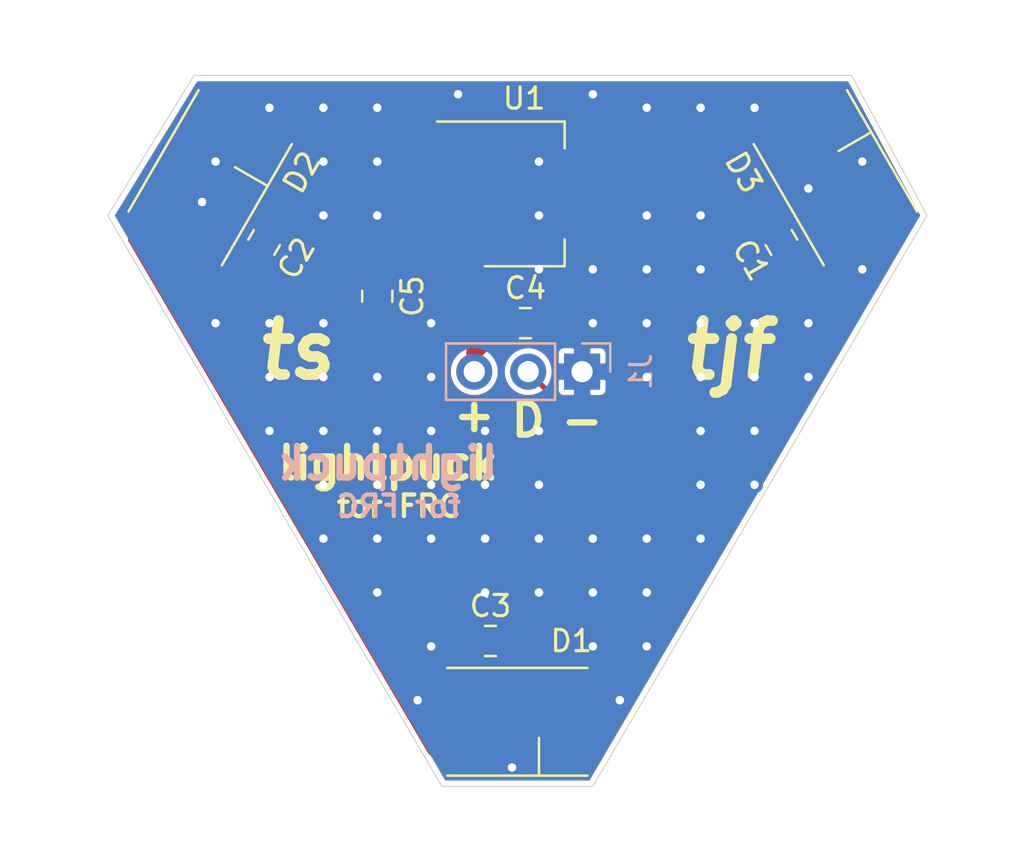
<source format=kicad_pcb>
(kicad_pcb (version 20171130) (host pcbnew "(5.1.2)-2")

  (general
    (thickness 1.6)
    (drawings 16)
    (tracks 133)
    (zones 0)
    (modules 10)
    (nets 7)
  )

  (page A4)
  (layers
    (0 F.Cu signal)
    (31 B.Cu signal)
    (32 B.Adhes user)
    (33 F.Adhes user)
    (34 B.Paste user)
    (35 F.Paste user)
    (36 B.SilkS user)
    (37 F.SilkS user)
    (38 B.Mask user)
    (39 F.Mask user)
    (40 Dwgs.User user hide)
    (41 Cmts.User user hide)
    (42 Eco1.User user hide)
    (43 Eco2.User user hide)
    (44 Edge.Cuts user)
    (45 Margin user)
    (46 B.CrtYd user hide)
    (47 F.CrtYd user hide)
    (48 B.Fab user hide)
    (49 F.Fab user hide)
  )

  (setup
    (last_trace_width 0.25)
    (user_trace_width 0.381)
    (user_trace_width 0.635)
    (trace_clearance 0.2)
    (zone_clearance 0.254)
    (zone_45_only no)
    (trace_min 0.2)
    (via_size 0.8)
    (via_drill 0.4)
    (via_min_size 0.4)
    (via_min_drill 0.3)
    (uvia_size 0.3)
    (uvia_drill 0.1)
    (uvias_allowed no)
    (uvia_min_size 0.2)
    (uvia_min_drill 0.1)
    (edge_width 0.05)
    (segment_width 0.2)
    (pcb_text_width 0.3)
    (pcb_text_size 1.5 1.5)
    (mod_edge_width 0.12)
    (mod_text_size 1 1)
    (mod_text_width 0.15)
    (pad_size 1.524 1.524)
    (pad_drill 0.762)
    (pad_to_mask_clearance 0.051)
    (solder_mask_min_width 0.25)
    (aux_axis_origin 0 0)
    (visible_elements 7FFFFFFF)
    (pcbplotparams
      (layerselection 0x010fc_ffffffff)
      (usegerberextensions false)
      (usegerberattributes false)
      (usegerberadvancedattributes false)
      (creategerberjobfile false)
      (excludeedgelayer true)
      (linewidth 0.100000)
      (plotframeref false)
      (viasonmask false)
      (mode 1)
      (useauxorigin false)
      (hpglpennumber 1)
      (hpglpenspeed 20)
      (hpglpendiameter 15.000000)
      (psnegative false)
      (psa4output false)
      (plotreference true)
      (plotvalue true)
      (plotinvisibletext false)
      (padsonsilk false)
      (subtractmaskfromsilk false)
      (outputformat 1)
      (mirror false)
      (drillshape 0)
      (scaleselection 1)
      (outputdirectory "gerber2/"))
  )

  (net 0 "")
  (net 1 /VDD)
  (net 2 /GND)
  (net 3 /VIN)
  (net 4 /DATA)
  (net 5 /1)
  (net 6 /2)

  (net_class Default "This is the default net class."
    (clearance 0.2)
    (trace_width 0.25)
    (via_dia 0.8)
    (via_drill 0.4)
    (uvia_dia 0.3)
    (uvia_drill 0.1)
    (add_net "Net-(D3-Pad2)")
    (add_net "Net-(U1-Pad2)")
  )

  (net_class Data ""
    (clearance 0.2)
    (trace_width 0.25)
    (via_dia 0.8)
    (via_drill 0.4)
    (uvia_dia 0.3)
    (uvia_drill 0.1)
    (add_net /1)
    (add_net /2)
    (add_net /DATA)
  )

  (net_class Power ""
    (clearance 0.2)
    (trace_width 0.75)
    (via_dia 0.8)
    (via_drill 0.4)
    (uvia_dia 0.3)
    (uvia_drill 0.1)
    (add_net /GND)
    (add_net /VDD)
    (add_net /VIN)
  )

  (module Capacitor_SMD:C_0805_2012Metric_Pad1.15x1.40mm_HandSolder (layer F.Cu) (tedit 5B36C52B) (tstamp 5DEC232F)
    (at 160.02 39.37 270)
    (descr "Capacitor SMD 0805 (2012 Metric), square (rectangular) end terminal, IPC_7351 nominal with elongated pad for handsoldering. (Body size source: https://docs.google.com/spreadsheets/d/1BsfQQcO9C6DZCsRaXUlFlo91Tg2WpOkGARC1WS5S8t0/edit?usp=sharing), generated with kicad-footprint-generator")
    (tags "capacitor handsolder")
    (path /5DEE5929)
    (attr smd)
    (fp_text reference C5 (at 0 -1.65 90) (layer F.SilkS)
      (effects (font (size 1 1) (thickness 0.15)))
    )
    (fp_text value 1uF (at 0 1.65 90) (layer F.Fab)
      (effects (font (size 1 1) (thickness 0.15)))
    )
    (fp_text user %R (at 0 0 90) (layer F.Fab)
      (effects (font (size 0.5 0.5) (thickness 0.08)))
    )
    (fp_line (start 1.85 0.95) (end -1.85 0.95) (layer F.CrtYd) (width 0.05))
    (fp_line (start 1.85 -0.95) (end 1.85 0.95) (layer F.CrtYd) (width 0.05))
    (fp_line (start -1.85 -0.95) (end 1.85 -0.95) (layer F.CrtYd) (width 0.05))
    (fp_line (start -1.85 0.95) (end -1.85 -0.95) (layer F.CrtYd) (width 0.05))
    (fp_line (start -0.261252 0.71) (end 0.261252 0.71) (layer F.SilkS) (width 0.12))
    (fp_line (start -0.261252 -0.71) (end 0.261252 -0.71) (layer F.SilkS) (width 0.12))
    (fp_line (start 1 0.6) (end -1 0.6) (layer F.Fab) (width 0.1))
    (fp_line (start 1 -0.6) (end 1 0.6) (layer F.Fab) (width 0.1))
    (fp_line (start -1 -0.6) (end 1 -0.6) (layer F.Fab) (width 0.1))
    (fp_line (start -1 0.6) (end -1 -0.6) (layer F.Fab) (width 0.1))
    (pad 2 smd roundrect (at 1.025 0 270) (size 1.15 1.4) (layers F.Cu F.Paste F.Mask) (roundrect_rratio 0.217391)
      (net 2 /GND))
    (pad 1 smd roundrect (at -1.025 0 270) (size 1.15 1.4) (layers F.Cu F.Paste F.Mask) (roundrect_rratio 0.217391)
      (net 1 /VDD))
    (model ${KISYS3DMOD}/Capacitor_SMD.3dshapes/C_0805_2012Metric.wrl
      (at (xyz 0 0 0))
      (scale (xyz 1 1 1))
      (rotate (xyz 0 0 0))
    )
  )

  (module Package_TO_SOT_SMD:SOT-223-5 (layer F.Cu) (tedit 5A02FF57) (tstamp 5DEC1E1F)
    (at 166.878 34.544)
    (descr "module CMS SOT223 5 pins, http://ww1.microchip.com/downloads/en/DeviceDoc/51751a.pdf")
    (tags "CMS SOT")
    (path /5DECB6CB)
    (attr smd)
    (fp_text reference U1 (at 0.0625 -4.5) (layer F.SilkS)
      (effects (font (size 1 1) (thickness 0.15)))
    )
    (fp_text value LP3869x (at 0.0625 4.5) (layer F.Fab)
      (effects (font (size 1 1) (thickness 0.15)))
    )
    (fp_line (start 4.4 3.6) (end -4.4 3.6) (layer F.CrtYd) (width 0.05))
    (fp_line (start 4.4 3.6) (end 4.4 -3.6) (layer F.CrtYd) (width 0.05))
    (fp_line (start -4.4 -3.6) (end -4.4 3.6) (layer F.CrtYd) (width 0.05))
    (fp_line (start -4.4 -3.6) (end 4.4 -3.6) (layer F.CrtYd) (width 0.05))
    (fp_line (start 1.9125 -3.35) (end 1.9125 3.35) (layer F.Fab) (width 0.1))
    (fp_line (start -1.7875 3.35) (end 1.9125 3.35) (layer F.Fab) (width 0.1))
    (fp_line (start -4.0375 -3.41) (end 1.9725 -3.41) (layer F.SilkS) (width 0.12))
    (fp_line (start -0.7375 -3.35) (end 1.9125 -3.35) (layer F.Fab) (width 0.1))
    (fp_line (start -1.7875 3.41) (end 1.9725 3.41) (layer F.SilkS) (width 0.12))
    (fp_line (start -1.7875 -2.3) (end -1.7875 3.35) (layer F.Fab) (width 0.1))
    (fp_line (start 1.9725 -3.41) (end 1.9725 -2.15) (layer F.SilkS) (width 0.12))
    (fp_line (start 1.9725 3.41) (end 1.9725 2.15) (layer F.SilkS) (width 0.12))
    (fp_line (start -1.7875 -2.3) (end -0.7375 -3.35) (layer F.Fab) (width 0.1))
    (fp_text user %R (at 0 0 90) (layer F.Fab)
      (effects (font (size 0.8 0.8) (thickness 0.12)))
    )
    (pad 1 smd rect (at -3.05 -2.25) (size 2.2 1) (layers F.Cu F.Paste F.Mask)
      (net 3 /VIN))
    (pad 3 smd rect (at -3.05 0.75) (size 2.2 1) (layers F.Cu F.Paste F.Mask)
      (net 1 /VDD))
    (pad 5 smd rect (at 3.25 0) (size 1.8 3.4) (layers F.Cu F.Paste F.Mask)
      (net 2 /GND))
    (pad 2 smd rect (at -3.05 -0.75) (size 2.2 1) (layers F.Cu F.Paste F.Mask))
    (pad 4 smd rect (at -3.05 2.25) (size 2.2 1) (layers F.Cu F.Paste F.Mask)
      (net 3 /VIN))
    (model ${KISYS3DMOD}/Package_TO_SOT_SMD.3dshapes/SOT-223-5.wrl
      (at (xyz 0 0 0))
      (scale (xyz 1 1 1))
      (rotate (xyz 0 0 0))
    )
  )

  (module LightPuck:LED_WS2812B_PLCC4_5.0x5.0mm_P3.2mm (layer F.Cu) (tedit 5DEB1506) (tstamp 5DEB9B0A)
    (at 181.61 33.782 120)
    (descr https://cdn-shop.adafruit.com/datasheets/WS2812B.pdf)
    (tags "LED RGB NeoPixel")
    (path /5DEAF669)
    (attr smd)
    (fp_text reference D3 (at 2.37897 -3.612498 120) (layer F.SilkS)
      (effects (font (size 1 1) (thickness 0.15)))
    )
    (fp_text value WS2812B (at 0 4 120) (layer F.Fab)
      (effects (font (size 1 1) (thickness 0.15)))
    )
    (fp_circle (center 0 0) (end 0 -2) (layer F.Fab) (width 0.1))
    (fp_line (start 1.016 2.54) (end 1.016 0.762) (layer F.SilkS) (width 0.12))
    (fp_line (start -3.302 2.54) (end 3.302 2.54) (layer F.SilkS) (width 0.12))
    (fp_line (start -3.302 -2.54) (end 3.302 -2.54) (layer F.SilkS) (width 0.12))
    (fp_line (start 2.5 -2.5) (end -2.5 -2.5) (layer F.Fab) (width 0.1))
    (fp_line (start 2.5 2.5) (end 2.5 -2.5) (layer F.Fab) (width 0.1))
    (fp_line (start -2.5 2.5) (end 2.5 2.5) (layer F.Fab) (width 0.1))
    (fp_line (start -2.5 -2.5) (end -2.5 2.5) (layer F.Fab) (width 0.1))
    (fp_line (start 2.5 1.5) (end 1.5 2.5) (layer F.Fab) (width 0.1))
    (fp_line (start -3.45 -2.75) (end -3.45 2.75) (layer F.CrtYd) (width 0.05))
    (fp_line (start -3.45 2.75) (end 3.45 2.75) (layer F.CrtYd) (width 0.05))
    (fp_line (start 3.45 2.75) (end 3.45 -2.75) (layer F.CrtYd) (width 0.05))
    (fp_line (start 3.45 -2.75) (end -3.45 -2.75) (layer F.CrtYd) (width 0.05))
    (fp_text user %R (at 0 0 120) (layer F.Fab)
      (effects (font (size 0.8 0.8) (thickness 0.15)))
    )
    (fp_text user 1 (at -4.15 -1.6 120) (layer Dwgs.User)
      (effects (font (size 1 1) (thickness 0.15)))
    )
    (pad 1 smd rect (at -2.45 -1.6 120) (size 1.5 1) (layers F.Cu F.Paste F.Mask)
      (net 1 /VDD))
    (pad 2 smd rect (at -2.45 1.6 120) (size 1.5 1) (layers F.Cu F.Paste F.Mask))
    (pad 4 smd rect (at 2.45 -1.6 120) (size 1.5 1) (layers F.Cu F.Paste F.Mask)
      (net 6 /2))
    (pad 3 smd rect (at 2.45 1.6 120) (size 1.5 1) (layers F.Cu F.Paste F.Mask)
      (net 2 /GND))
    (model ${KISYS3DMOD}/LED_SMD.3dshapes/LED_WS2812B_PLCC4_5.0x5.0mm_P3.2mm.wrl
      (at (xyz 0 0 0))
      (scale (xyz 1 1 1))
      (rotate (xyz 0 0 0))
    )
  )

  (module LightPuck:LED_WS2812B_PLCC4_5.0x5.0mm_P3.2mm (layer F.Cu) (tedit 5DEB1506) (tstamp 5DEB9AF3)
    (at 152.146 33.782 60)
    (descr https://cdn-shop.adafruit.com/datasheets/WS2812B.pdf)
    (tags "LED RGB NeoPixel")
    (path /5DEAF06C)
    (attr smd)
    (fp_text reference D2 (at 2.37897 3.612498 60) (layer F.SilkS)
      (effects (font (size 1 1) (thickness 0.15)))
    )
    (fp_text value WS2812B (at 0 4 60) (layer F.Fab)
      (effects (font (size 1 1) (thickness 0.15)))
    )
    (fp_circle (center 0 0) (end 0 -2) (layer F.Fab) (width 0.1))
    (fp_line (start 1.016 2.54) (end 1.016 0.762) (layer F.SilkS) (width 0.12))
    (fp_line (start -3.302 2.54) (end 3.302 2.54) (layer F.SilkS) (width 0.12))
    (fp_line (start -3.302 -2.54) (end 3.302 -2.54) (layer F.SilkS) (width 0.12))
    (fp_line (start 2.5 -2.5) (end -2.5 -2.5) (layer F.Fab) (width 0.1))
    (fp_line (start 2.5 2.5) (end 2.5 -2.5) (layer F.Fab) (width 0.1))
    (fp_line (start -2.5 2.5) (end 2.5 2.5) (layer F.Fab) (width 0.1))
    (fp_line (start -2.5 -2.5) (end -2.5 2.5) (layer F.Fab) (width 0.1))
    (fp_line (start 2.5 1.5) (end 1.5 2.5) (layer F.Fab) (width 0.1))
    (fp_line (start -3.45 -2.75) (end -3.45 2.75) (layer F.CrtYd) (width 0.05))
    (fp_line (start -3.45 2.75) (end 3.45 2.75) (layer F.CrtYd) (width 0.05))
    (fp_line (start 3.45 2.75) (end 3.45 -2.75) (layer F.CrtYd) (width 0.05))
    (fp_line (start 3.45 -2.75) (end -3.45 -2.75) (layer F.CrtYd) (width 0.05))
    (fp_text user %R (at 0 0 60) (layer F.Fab)
      (effects (font (size 0.8 0.8) (thickness 0.15)))
    )
    (fp_text user 1 (at -4.15 -1.6 60) (layer Dwgs.User)
      (effects (font (size 1 1) (thickness 0.15)))
    )
    (pad 1 smd rect (at -2.45 -1.6 60) (size 1.5 1) (layers F.Cu F.Paste F.Mask)
      (net 1 /VDD))
    (pad 2 smd rect (at -2.45 1.6 60) (size 1.5 1) (layers F.Cu F.Paste F.Mask)
      (net 6 /2))
    (pad 4 smd rect (at 2.45 -1.6 60) (size 1.5 1) (layers F.Cu F.Paste F.Mask)
      (net 5 /1))
    (pad 3 smd rect (at 2.45 1.6 60) (size 1.5 1) (layers F.Cu F.Paste F.Mask)
      (net 2 /GND))
    (model ${KISYS3DMOD}/LED_SMD.3dshapes/LED_WS2812B_PLCC4_5.0x5.0mm_P3.2mm.wrl
      (at (xyz 0 0 0))
      (scale (xyz 1 1 1))
      (rotate (xyz 0 0 0))
    )
  )

  (module LightPuck:LED_WS2812B_PLCC4_5.0x5.0mm_P3.2mm (layer F.Cu) (tedit 5DEB1506) (tstamp 5DEB9ADC)
    (at 166.624 59.436)
    (descr https://cdn-shop.adafruit.com/datasheets/WS2812B.pdf)
    (tags "LED RGB NeoPixel")
    (path /5DEAE0CD)
    (attr smd)
    (fp_text reference D1 (at 2.54 -3.81) (layer F.SilkS)
      (effects (font (size 1 1) (thickness 0.15)))
    )
    (fp_text value WS2812B (at 0 4) (layer F.Fab)
      (effects (font (size 1 1) (thickness 0.15)))
    )
    (fp_circle (center 0 0) (end 0 -2) (layer F.Fab) (width 0.1))
    (fp_line (start 1.016 2.54) (end 1.016 0.762) (layer F.SilkS) (width 0.12))
    (fp_line (start -3.302 2.54) (end 3.302 2.54) (layer F.SilkS) (width 0.12))
    (fp_line (start -3.302 -2.54) (end 3.302 -2.54) (layer F.SilkS) (width 0.12))
    (fp_line (start 2.5 -2.5) (end -2.5 -2.5) (layer F.Fab) (width 0.1))
    (fp_line (start 2.5 2.5) (end 2.5 -2.5) (layer F.Fab) (width 0.1))
    (fp_line (start -2.5 2.5) (end 2.5 2.5) (layer F.Fab) (width 0.1))
    (fp_line (start -2.5 -2.5) (end -2.5 2.5) (layer F.Fab) (width 0.1))
    (fp_line (start 2.5 1.5) (end 1.5 2.5) (layer F.Fab) (width 0.1))
    (fp_line (start -3.45 -2.75) (end -3.45 2.75) (layer F.CrtYd) (width 0.05))
    (fp_line (start -3.45 2.75) (end 3.45 2.75) (layer F.CrtYd) (width 0.05))
    (fp_line (start 3.45 2.75) (end 3.45 -2.75) (layer F.CrtYd) (width 0.05))
    (fp_line (start 3.45 -2.75) (end -3.45 -2.75) (layer F.CrtYd) (width 0.05))
    (fp_text user %R (at 0 0) (layer F.Fab)
      (effects (font (size 0.8 0.8) (thickness 0.15)))
    )
    (fp_text user 1 (at -4.15 -1.6) (layer Dwgs.User)
      (effects (font (size 1 1) (thickness 0.15)))
    )
    (pad 1 smd rect (at -2.45 -1.6) (size 1.5 1) (layers F.Cu F.Paste F.Mask)
      (net 1 /VDD))
    (pad 2 smd rect (at -2.45 1.6) (size 1.5 1) (layers F.Cu F.Paste F.Mask)
      (net 5 /1))
    (pad 4 smd rect (at 2.45 -1.6) (size 1.5 1) (layers F.Cu F.Paste F.Mask)
      (net 4 /DATA))
    (pad 3 smd rect (at 2.45 1.6) (size 1.5 1) (layers F.Cu F.Paste F.Mask)
      (net 2 /GND))
    (model ${KISYS3DMOD}/LED_SMD.3dshapes/LED_WS2812B_PLCC4_5.0x5.0mm_P3.2mm.wrl
      (at (xyz 0 0 0))
      (scale (xyz 1 1 1))
      (rotate (xyz 0 0 0))
    )
  )

  (module Capacitor_SMD:C_0805_2012Metric_Pad1.15x1.40mm_HandSolder (layer F.Cu) (tedit 5B36C52B) (tstamp 5DEBC0EA)
    (at 167.005 40.64)
    (descr "Capacitor SMD 0805 (2012 Metric), square (rectangular) end terminal, IPC_7351 nominal with elongated pad for handsoldering. (Body size source: https://docs.google.com/spreadsheets/d/1BsfQQcO9C6DZCsRaXUlFlo91Tg2WpOkGARC1WS5S8t0/edit?usp=sharing), generated with kicad-footprint-generator")
    (tags "capacitor handsolder")
    (path /5DED8810)
    (attr smd)
    (fp_text reference C4 (at 0 -1.65) (layer F.SilkS)
      (effects (font (size 1 1) (thickness 0.15)))
    )
    (fp_text value 1uF (at 0 1.65) (layer F.Fab)
      (effects (font (size 1 1) (thickness 0.15)))
    )
    (fp_text user %R (at 0 0) (layer F.Fab)
      (effects (font (size 0.5 0.5) (thickness 0.08)))
    )
    (fp_line (start 1.85 0.95) (end -1.85 0.95) (layer F.CrtYd) (width 0.05))
    (fp_line (start 1.85 -0.95) (end 1.85 0.95) (layer F.CrtYd) (width 0.05))
    (fp_line (start -1.85 -0.95) (end 1.85 -0.95) (layer F.CrtYd) (width 0.05))
    (fp_line (start -1.85 0.95) (end -1.85 -0.95) (layer F.CrtYd) (width 0.05))
    (fp_line (start -0.261252 0.71) (end 0.261252 0.71) (layer F.SilkS) (width 0.12))
    (fp_line (start -0.261252 -0.71) (end 0.261252 -0.71) (layer F.SilkS) (width 0.12))
    (fp_line (start 1 0.6) (end -1 0.6) (layer F.Fab) (width 0.1))
    (fp_line (start 1 -0.6) (end 1 0.6) (layer F.Fab) (width 0.1))
    (fp_line (start -1 -0.6) (end 1 -0.6) (layer F.Fab) (width 0.1))
    (fp_line (start -1 0.6) (end -1 -0.6) (layer F.Fab) (width 0.1))
    (pad 2 smd roundrect (at 1.025 0) (size 1.15 1.4) (layers F.Cu F.Paste F.Mask) (roundrect_rratio 0.217391)
      (net 2 /GND))
    (pad 1 smd roundrect (at -1.025 0) (size 1.15 1.4) (layers F.Cu F.Paste F.Mask) (roundrect_rratio 0.217391)
      (net 3 /VIN))
    (model ${KISYS3DMOD}/Capacitor_SMD.3dshapes/C_0805_2012Metric.wrl
      (at (xyz 0 0 0))
      (scale (xyz 1 1 1))
      (rotate (xyz 0 0 0))
    )
  )

  (module Capacitor_SMD:C_0805_2012Metric_Pad1.15x1.40mm_HandSolder (layer F.Cu) (tedit 5B36C52B) (tstamp 5DEB9AA3)
    (at 179.07 36.83 120)
    (descr "Capacitor SMD 0805 (2012 Metric), square (rectangular) end terminal, IPC_7351 nominal with elongated pad for handsoldering. (Body size source: https://docs.google.com/spreadsheets/d/1BsfQQcO9C6DZCsRaXUlFlo91Tg2WpOkGARC1WS5S8t0/edit?usp=sharing), generated with kicad-footprint-generator")
    (tags "capacitor handsolder")
    (path /5DEB42C7)
    (attr smd)
    (fp_text reference C1 (at 0 -1.65 120) (layer F.SilkS)
      (effects (font (size 1 1) (thickness 0.15)))
    )
    (fp_text value 1uF (at 0 1.65 120) (layer F.Fab)
      (effects (font (size 1 1) (thickness 0.15)))
    )
    (fp_text user %R (at 0 0 120) (layer F.Fab)
      (effects (font (size 0.5 0.5) (thickness 0.08)))
    )
    (fp_line (start 1.85 0.95) (end -1.85 0.95) (layer F.CrtYd) (width 0.05))
    (fp_line (start 1.85 -0.95) (end 1.85 0.95) (layer F.CrtYd) (width 0.05))
    (fp_line (start -1.85 -0.95) (end 1.85 -0.95) (layer F.CrtYd) (width 0.05))
    (fp_line (start -1.85 0.95) (end -1.85 -0.95) (layer F.CrtYd) (width 0.05))
    (fp_line (start -0.261252 0.71) (end 0.261252 0.71) (layer F.SilkS) (width 0.12))
    (fp_line (start -0.261252 -0.71) (end 0.261252 -0.71) (layer F.SilkS) (width 0.12))
    (fp_line (start 1 0.6) (end -1 0.6) (layer F.Fab) (width 0.1))
    (fp_line (start 1 -0.6) (end 1 0.6) (layer F.Fab) (width 0.1))
    (fp_line (start -1 -0.6) (end 1 -0.6) (layer F.Fab) (width 0.1))
    (fp_line (start -1 0.6) (end -1 -0.6) (layer F.Fab) (width 0.1))
    (pad 2 smd roundrect (at 1.025 0 120) (size 1.15 1.4) (layers F.Cu F.Paste F.Mask) (roundrect_rratio 0.217391)
      (net 2 /GND))
    (pad 1 smd roundrect (at -1.025 0 120) (size 1.15 1.4) (layers F.Cu F.Paste F.Mask) (roundrect_rratio 0.217391)
      (net 1 /VDD))
    (model ${KISYS3DMOD}/Capacitor_SMD.3dshapes/C_0805_2012Metric.wrl
      (at (xyz 0 0 0))
      (scale (xyz 1 1 1))
      (rotate (xyz 0 0 0))
    )
  )

  (module Capacitor_SMD:C_0805_2012Metric_Pad1.15x1.40mm_HandSolder (layer F.Cu) (tedit 5B36C52B) (tstamp 5DEB9AB4)
    (at 154.686 36.83 60)
    (descr "Capacitor SMD 0805 (2012 Metric), square (rectangular) end terminal, IPC_7351 nominal with elongated pad for handsoldering. (Body size source: https://docs.google.com/spreadsheets/d/1BsfQQcO9C6DZCsRaXUlFlo91Tg2WpOkGARC1WS5S8t0/edit?usp=sharing), generated with kicad-footprint-generator")
    (tags "capacitor handsolder")
    (path /5DEB54B3)
    (attr smd)
    (fp_text reference C2 (at 0.102089 1.700823 60) (layer F.SilkS)
      (effects (font (size 1 1) (thickness 0.15)))
    )
    (fp_text value 1uF (at 0 1.65 60) (layer F.Fab)
      (effects (font (size 1 1) (thickness 0.15)))
    )
    (fp_text user %R (at 0 0 60) (layer F.Fab)
      (effects (font (size 0.5 0.5) (thickness 0.08)))
    )
    (fp_line (start 1.85 0.95) (end -1.85 0.95) (layer F.CrtYd) (width 0.05))
    (fp_line (start 1.85 -0.95) (end 1.85 0.95) (layer F.CrtYd) (width 0.05))
    (fp_line (start -1.85 -0.95) (end 1.85 -0.95) (layer F.CrtYd) (width 0.05))
    (fp_line (start -1.85 0.95) (end -1.85 -0.95) (layer F.CrtYd) (width 0.05))
    (fp_line (start -0.261252 0.71) (end 0.261252 0.71) (layer F.SilkS) (width 0.12))
    (fp_line (start -0.261252 -0.71) (end 0.261252 -0.71) (layer F.SilkS) (width 0.12))
    (fp_line (start 1 0.6) (end -1 0.6) (layer F.Fab) (width 0.1))
    (fp_line (start 1 -0.6) (end 1 0.6) (layer F.Fab) (width 0.1))
    (fp_line (start -1 -0.6) (end 1 -0.6) (layer F.Fab) (width 0.1))
    (fp_line (start -1 0.6) (end -1 -0.6) (layer F.Fab) (width 0.1))
    (pad 2 smd roundrect (at 1.025 0 60) (size 1.15 1.4) (layers F.Cu F.Paste F.Mask) (roundrect_rratio 0.217391)
      (net 2 /GND))
    (pad 1 smd roundrect (at -1.025 0 60) (size 1.15 1.4) (layers F.Cu F.Paste F.Mask) (roundrect_rratio 0.217391)
      (net 1 /VDD))
    (model ${KISYS3DMOD}/Capacitor_SMD.3dshapes/C_0805_2012Metric.wrl
      (at (xyz 0 0 0))
      (scale (xyz 1 1 1))
      (rotate (xyz 0 0 0))
    )
  )

  (module Capacitor_SMD:C_0805_2012Metric_Pad1.15x1.40mm_HandSolder (layer F.Cu) (tedit 5B36C52B) (tstamp 5DEB9AC5)
    (at 165.354 55.626)
    (descr "Capacitor SMD 0805 (2012 Metric), square (rectangular) end terminal, IPC_7351 nominal with elongated pad for handsoldering. (Body size source: https://docs.google.com/spreadsheets/d/1BsfQQcO9C6DZCsRaXUlFlo91Tg2WpOkGARC1WS5S8t0/edit?usp=sharing), generated with kicad-footprint-generator")
    (tags "capacitor handsolder")
    (path /5DEB570A)
    (attr smd)
    (fp_text reference C3 (at 0 -1.65) (layer F.SilkS)
      (effects (font (size 1 1) (thickness 0.15)))
    )
    (fp_text value 1uF (at 0 1.65) (layer F.Fab)
      (effects (font (size 1 1) (thickness 0.15)))
    )
    (fp_text user %R (at 0 0) (layer F.Fab)
      (effects (font (size 0.5 0.5) (thickness 0.08)))
    )
    (fp_line (start 1.85 0.95) (end -1.85 0.95) (layer F.CrtYd) (width 0.05))
    (fp_line (start 1.85 -0.95) (end 1.85 0.95) (layer F.CrtYd) (width 0.05))
    (fp_line (start -1.85 -0.95) (end 1.85 -0.95) (layer F.CrtYd) (width 0.05))
    (fp_line (start -1.85 0.95) (end -1.85 -0.95) (layer F.CrtYd) (width 0.05))
    (fp_line (start -0.261252 0.71) (end 0.261252 0.71) (layer F.SilkS) (width 0.12))
    (fp_line (start -0.261252 -0.71) (end 0.261252 -0.71) (layer F.SilkS) (width 0.12))
    (fp_line (start 1 0.6) (end -1 0.6) (layer F.Fab) (width 0.1))
    (fp_line (start 1 -0.6) (end 1 0.6) (layer F.Fab) (width 0.1))
    (fp_line (start -1 -0.6) (end 1 -0.6) (layer F.Fab) (width 0.1))
    (fp_line (start -1 0.6) (end -1 -0.6) (layer F.Fab) (width 0.1))
    (pad 2 smd roundrect (at 1.025 0) (size 1.15 1.4) (layers F.Cu F.Paste F.Mask) (roundrect_rratio 0.217391)
      (net 2 /GND))
    (pad 1 smd roundrect (at -1.025 0) (size 1.15 1.4) (layers F.Cu F.Paste F.Mask) (roundrect_rratio 0.217391)
      (net 1 /VDD))
    (model ${KISYS3DMOD}/Capacitor_SMD.3dshapes/C_0805_2012Metric.wrl
      (at (xyz 0 0 0))
      (scale (xyz 1 1 1))
      (rotate (xyz 0 0 0))
    )
  )

  (module Connector_PinSocket_2.54mm:PinSocket_1x03_P2.54mm_Vertical (layer B.Cu) (tedit 5A19A429) (tstamp 5DEB9B21)
    (at 169.672 42.926 90)
    (descr "Through hole straight socket strip, 1x03, 2.54mm pitch, single row (from Kicad 4.0.7), script generated")
    (tags "Through hole socket strip THT 1x03 2.54mm single row")
    (path /5DEB0344)
    (fp_text reference J1 (at 0 2.77 90) (layer B.SilkS)
      (effects (font (size 1 1) (thickness 0.15)) (justify mirror))
    )
    (fp_text value Conn_01x03_Female (at 0 -7.85 90) (layer B.Fab)
      (effects (font (size 1 1) (thickness 0.15)) (justify mirror))
    )
    (fp_text user %R (at 0 -2.54 180) (layer B.Fab)
      (effects (font (size 1 1) (thickness 0.15)) (justify mirror))
    )
    (fp_line (start -1.8 -6.85) (end -1.8 1.8) (layer B.CrtYd) (width 0.05))
    (fp_line (start 1.75 -6.85) (end -1.8 -6.85) (layer B.CrtYd) (width 0.05))
    (fp_line (start 1.75 1.8) (end 1.75 -6.85) (layer B.CrtYd) (width 0.05))
    (fp_line (start -1.8 1.8) (end 1.75 1.8) (layer B.CrtYd) (width 0.05))
    (fp_line (start 0 1.33) (end 1.33 1.33) (layer B.SilkS) (width 0.12))
    (fp_line (start 1.33 1.33) (end 1.33 0) (layer B.SilkS) (width 0.12))
    (fp_line (start 1.33 -1.27) (end 1.33 -6.41) (layer B.SilkS) (width 0.12))
    (fp_line (start -1.33 -6.41) (end 1.33 -6.41) (layer B.SilkS) (width 0.12))
    (fp_line (start -1.33 -1.27) (end -1.33 -6.41) (layer B.SilkS) (width 0.12))
    (fp_line (start -1.33 -1.27) (end 1.33 -1.27) (layer B.SilkS) (width 0.12))
    (fp_line (start -1.27 -6.35) (end -1.27 1.27) (layer B.Fab) (width 0.1))
    (fp_line (start 1.27 -6.35) (end -1.27 -6.35) (layer B.Fab) (width 0.1))
    (fp_line (start 1.27 0.635) (end 1.27 -6.35) (layer B.Fab) (width 0.1))
    (fp_line (start 0.635 1.27) (end 1.27 0.635) (layer B.Fab) (width 0.1))
    (fp_line (start -1.27 1.27) (end 0.635 1.27) (layer B.Fab) (width 0.1))
    (pad 3 thru_hole oval (at 0 -5.08 90) (size 1.7 1.7) (drill 1) (layers *.Cu *.Mask)
      (net 3 /VIN))
    (pad 2 thru_hole oval (at 0 -2.54 90) (size 1.7 1.7) (drill 1) (layers *.Cu *.Mask)
      (net 4 /DATA))
    (pad 1 thru_hole rect (at 0 0 90) (size 1.7 1.7) (drill 1) (layers *.Cu *.Mask)
      (net 2 /GND))
    (model ${KISYS3DMOD}/Connector_PinSocket_2.54mm.3dshapes/PinSocket_1x03_P2.54mm_Vertical.wrl
      (at (xyz 0 0 0))
      (scale (xyz 1 1 1))
      (rotate (xyz 0 0 0))
    )
  )

  (gr_text ts (at 156.21 41.91) (layer F.SilkS) (tstamp 5DEC2375)
    (effects (font (size 2.54 2.54) (thickness 0.508) italic))
  )
  (gr_text "for FRC" (at 161.036 49.276) (layer B.SilkS) (tstamp 5DEC234F)
    (effects (font (size 1.016 1.016) (thickness 0.2032)) (justify mirror))
  )
  (gr_text "lightpuck\n" (at 160.528 47.244) (layer B.SilkS) (tstamp 5DEC234B)
    (effects (font (size 1.5 1.5) (thickness 0.3)) (justify mirror))
  )
  (gr_text "for FRC" (at 161.036 49.276) (layer F.SilkS) (tstamp 5DEBCD56)
    (effects (font (size 1.016 1.016) (thickness 0.2032)))
  )
  (gr_text "lightpuck\n" (at 160.528 47.244) (layer F.SilkS)
    (effects (font (size 1.5 1.5) (thickness 0.3)))
  )
  (gr_text kf (at 171.704 47.244) (layer F.Cu) (tstamp 5DEBC8B5)
    (effects (font (size 2.54 2.54) (thickness 0.15) italic))
  )
  (gr_line (start 151.384 28.956) (end 182.372 28.956) (layer Edge.Cuts) (width 0.05) (tstamp 5DEBC5D9))
  (gr_line (start 147.32 35.56) (end 151.384 28.956) (layer Edge.Cuts) (width 0.05))
  (gr_line (start 163.068 62.484) (end 147.32 35.56) (layer Edge.Cuts) (width 0.05))
  (gr_line (start 170.18 62.484) (end 163.068 62.484) (layer Edge.Cuts) (width 0.05))
  (gr_line (start 185.928 35.56) (end 170.18 62.484) (layer Edge.Cuts) (width 0.05))
  (gr_line (start 182.372 28.956) (end 185.928 35.56) (layer Edge.Cuts) (width 0.05))
  (gr_text tjf (at 176.53 41.91) (layer F.SilkS)
    (effects (font (size 2.54 2.54) (thickness 0.508) italic))
  )
  (gr_text - (at 169.672 45.212) (layer F.SilkS) (tstamp 5DEBAA49)
    (effects (font (size 1.5 1.5) (thickness 0.3)))
  )
  (gr_text D (at 167.132 45.212) (layer F.SilkS) (tstamp 5DEBAA43)
    (effects (font (size 1.5 1.5) (thickness 0.3)))
  )
  (gr_text + (at 164.592 44.958) (layer F.SilkS)
    (effects (font (size 1.5 1.5) (thickness 0.3)))
  )

  (segment (start 164.174 55.781) (end 164.329 55.626) (width 0.75) (layer F.Cu) (net 1))
  (segment (start 164.174 57.836) (end 164.174 55.781) (width 0.75) (layer F.Cu) (net 1))
  (segment (start 153.278983 37.717676) (end 154.1735 37.717676) (width 0.75) (layer F.Cu) (net 1))
  (segment (start 152.818368 38.178291) (end 153.278983 37.717676) (width 0.75) (layer F.Cu) (net 1))
  (segment (start 151.76045 38.178291) (end 152.818368 38.178291) (width 0.75) (layer F.Cu) (net 1))
  (segment (start 149.972094 36.389935) (end 151.76045 38.178291) (width 0.75) (layer F.Cu) (net 1))
  (segment (start 149.972094 35.540497) (end 149.972094 36.389935) (width 0.75) (layer F.Cu) (net 1))
  (segment (start 149.535359 35.103762) (end 149.972094 35.540497) (width 0.75) (layer F.Cu) (net 1))
  (segment (start 180.596414 36.703762) (end 179.5825 37.717676) (width 0.75) (layer F.Cu) (net 1))
  (segment (start 181.449359 36.703762) (end 180.596414 36.703762) (width 0.75) (layer F.Cu) (net 1))
  (segment (start 161.978 35.294) (end 163.828 35.294) (width 0.75) (layer F.Cu) (net 1))
  (segment (start 161.729002 35.294) (end 161.978 35.294) (width 0.75) (layer F.Cu) (net 1))
  (segment (start 160.02 37.003002) (end 161.729002 35.294) (width 0.75) (layer F.Cu) (net 1))
  (segment (start 160.02 38.345) (end 160.02 37.003002) (width 0.75) (layer F.Cu) (net 1))
  (segment (start 159.392676 37.717676) (end 160.02 38.345) (width 0.75) (layer F.Cu) (net 1))
  (segment (start 154.1735 37.717676) (end 159.392676 37.717676) (width 0.75) (layer F.Cu) (net 1))
  (segment (start 160.643372 38.968372) (end 160.02 38.345) (width 0.75) (layer F.Cu) (net 1))
  (segment (start 161.584999 39.909999) (end 160.643372 38.968372) (width 0.75) (layer F.Cu) (net 1))
  (segment (start 161.584999 52.881999) (end 161.584999 39.909999) (width 0.75) (layer F.Cu) (net 1))
  (segment (start 164.329 55.626) (end 161.584999 52.881999) (width 0.75) (layer F.Cu) (net 1))
  (segment (start 177.180813 36.037811) (end 177.180813 36.465294) (width 0.75) (layer F.Cu) (net 1))
  (segment (start 175.728001 34.584999) (end 177.180813 36.037811) (width 0.75) (layer F.Cu) (net 1))
  (segment (start 177.180813 36.465294) (end 178.433195 37.717676) (width 0.75) (layer F.Cu) (net 1))
  (segment (start 170.438002 31.218999) (end 173.804002 34.584999) (width 0.75) (layer F.Cu) (net 1))
  (segment (start 178.687983 37.717676) (end 179.5825 37.717676) (width 0.75) (layer F.Cu) (net 1))
  (segment (start 162.267999 31.218999) (end 170.438002 31.218999) (width 0.75) (layer F.Cu) (net 1))
  (segment (start 178.433195 37.717676) (end 178.687983 37.717676) (width 0.75) (layer F.Cu) (net 1))
  (segment (start 162.152999 34.754001) (end 162.152999 31.333999) (width 0.75) (layer F.Cu) (net 1))
  (segment (start 173.804002 34.584999) (end 175.728001 34.584999) (width 0.75) (layer F.Cu) (net 1))
  (segment (start 162.692998 35.294) (end 162.152999 34.754001) (width 0.75) (layer F.Cu) (net 1))
  (segment (start 162.152999 31.333999) (end 162.267999 31.218999) (width 0.75) (layer F.Cu) (net 1))
  (segment (start 163.828 35.294) (end 162.692998 35.294) (width 0.75) (layer F.Cu) (net 1))
  (via (at 154.94 30.48) (size 0.8) (drill 0.4) (layers F.Cu B.Cu) (net 2))
  (via (at 157.48 30.48) (size 0.8) (drill 0.4) (layers F.Cu B.Cu) (net 2))
  (via (at 177.8 30.48) (size 0.8) (drill 0.4) (layers F.Cu B.Cu) (net 2))
  (via (at 175.26 30.48) (size 0.8) (drill 0.4) (layers F.Cu B.Cu) (net 2))
  (via (at 172.72 30.48) (size 0.8) (drill 0.4) (layers F.Cu B.Cu) (net 2))
  (via (at 160.02 30.48) (size 0.8) (drill 0.4) (layers F.Cu B.Cu) (net 2))
  (via (at 160.02 33.02) (size 0.8) (drill 0.4) (layers F.Cu B.Cu) (net 2))
  (via (at 157.48 33.02) (size 0.8) (drill 0.4) (layers F.Cu B.Cu) (net 2))
  (via (at 157.48 35.56) (size 0.8) (drill 0.4) (layers F.Cu B.Cu) (net 2))
  (via (at 160.02 35.56) (size 0.8) (drill 0.4) (layers F.Cu B.Cu) (net 2))
  (via (at 152.4 33.02) (size 0.8) (drill 0.4) (layers F.Cu B.Cu) (net 2))
  (via (at 152.4 40.64) (size 0.8) (drill 0.4) (layers F.Cu B.Cu) (net 2))
  (via (at 154.94 40.64) (size 0.8) (drill 0.4) (layers F.Cu B.Cu) (net 2))
  (via (at 157.48 40.64) (size 0.8) (drill 0.4) (layers F.Cu B.Cu) (net 2))
  (via (at 157.48 43.18) (size 0.8) (drill 0.4) (layers F.Cu B.Cu) (net 2))
  (via (at 154.94 43.18) (size 0.8) (drill 0.4) (layers F.Cu B.Cu) (net 2))
  (via (at 154.94 45.72) (size 0.8) (drill 0.4) (layers F.Cu B.Cu) (net 2))
  (via (at 157.48 45.72) (size 0.8) (drill 0.4) (layers F.Cu B.Cu) (net 2))
  (via (at 162.56 40.64) (size 0.8) (drill 0.4) (layers F.Cu B.Cu) (net 2))
  (via (at 162.56 43.18) (size 0.8) (drill 0.4) (layers F.Cu B.Cu) (net 2))
  (via (at 162.56 45.72) (size 0.8) (drill 0.4) (layers F.Cu B.Cu) (net 2))
  (via (at 165.1 45.72) (size 0.8) (drill 0.4) (layers F.Cu B.Cu) (net 2))
  (via (at 165.1 48.26) (size 0.8) (drill 0.4) (layers F.Cu B.Cu) (net 2))
  (via (at 162.56 48.26) (size 0.8) (drill 0.4) (layers F.Cu B.Cu) (net 2))
  (via (at 162.56 50.8) (size 0.8) (drill 0.4) (layers F.Cu B.Cu) (net 2))
  (via (at 165.1 50.8) (size 0.8) (drill 0.4) (layers F.Cu B.Cu) (net 2))
  (via (at 167.64 50.8) (size 0.8) (drill 0.4) (layers F.Cu B.Cu) (net 2))
  (via (at 167.64 48.26) (size 0.8) (drill 0.4) (layers F.Cu B.Cu) (net 2))
  (via (at 167.64 45.72) (size 0.8) (drill 0.4) (layers F.Cu B.Cu) (net 2))
  (via (at 167.64 53.34) (size 0.8) (drill 0.4) (layers F.Cu B.Cu) (net 2))
  (via (at 165.1 53.34) (size 0.8) (drill 0.4) (layers F.Cu B.Cu) (net 2))
  (via (at 170.18 53.34) (size 0.8) (drill 0.4) (layers F.Cu B.Cu) (net 2))
  (via (at 172.72 53.34) (size 0.8) (drill 0.4) (layers F.Cu B.Cu) (net 2))
  (via (at 170.18 50.8) (size 0.8) (drill 0.4) (layers F.Cu B.Cu) (net 2))
  (via (at 172.72 50.8) (size 0.8) (drill 0.4) (layers F.Cu B.Cu) (net 2))
  (via (at 175.26 50.8) (size 0.8) (drill 0.4) (layers F.Cu B.Cu) (net 2))
  (via (at 175.26 48.26) (size 0.8) (drill 0.4) (layers F.Cu B.Cu) (net 2))
  (via (at 177.8 48.26) (size 0.8) (drill 0.4) (layers F.Cu B.Cu) (net 2))
  (via (at 177.8 45.72) (size 0.8) (drill 0.4) (layers F.Cu B.Cu) (net 2))
  (via (at 175.26 45.72) (size 0.8) (drill 0.4) (layers F.Cu B.Cu) (net 2))
  (via (at 175.26 43.18) (size 0.8) (drill 0.4) (layers F.Cu B.Cu) (net 2))
  (via (at 172.72 43.18) (size 0.8) (drill 0.4) (layers F.Cu B.Cu) (net 2))
  (via (at 172.72 40.64) (size 0.8) (drill 0.4) (layers F.Cu B.Cu) (net 2))
  (via (at 175.26 40.64) (size 0.8) (drill 0.4) (layers F.Cu B.Cu) (net 2))
  (via (at 177.8 40.64) (size 0.8) (drill 0.4) (layers F.Cu B.Cu) (net 2))
  (via (at 180.34 40.64) (size 0.8) (drill 0.4) (layers F.Cu B.Cu) (net 2))
  (via (at 180.34 43.18) (size 0.8) (drill 0.4) (layers F.Cu B.Cu) (net 2))
  (via (at 177.8 43.18) (size 0.8) (drill 0.4) (layers F.Cu B.Cu) (net 2))
  (via (at 182.88 38.1) (size 0.8) (drill 0.4) (layers F.Cu B.Cu) (net 2))
  (via (at 182.88 33.02) (size 0.8) (drill 0.4) (layers F.Cu B.Cu) (net 2))
  (via (at 172.72 38.1) (size 0.8) (drill 0.4) (layers F.Cu B.Cu) (net 2))
  (via (at 175.26 38.1) (size 0.8) (drill 0.4) (layers F.Cu B.Cu) (net 2))
  (via (at 172.72 35.56) (size 0.8) (drill 0.4) (layers F.Cu B.Cu) (net 2))
  (via (at 170.18 38.1) (size 0.8) (drill 0.4) (layers F.Cu B.Cu) (net 2))
  (via (at 170.18 40.64) (size 0.8) (drill 0.4) (layers F.Cu B.Cu) (net 2))
  (via (at 167.64 35.56) (size 0.8) (drill 0.4) (layers F.Cu B.Cu) (net 2))
  (via (at 167.64 38.1) (size 0.8) (drill 0.4) (layers F.Cu B.Cu) (net 2))
  (via (at 167.64 33.02) (size 0.8) (drill 0.4) (layers F.Cu B.Cu) (net 2))
  (via (at 157.48 48.26) (size 0.8) (drill 0.4) (layers F.Cu B.Cu) (net 2))
  (via (at 157.48 50.8) (size 0.8) (drill 0.4) (layers F.Cu B.Cu) (net 2))
  (via (at 160.02 53.34) (size 0.8) (drill 0.4) (layers F.Cu B.Cu) (net 2))
  (via (at 172.72 55.88) (size 0.8) (drill 0.4) (layers F.Cu B.Cu) (net 2))
  (via (at 170.18 55.88) (size 0.8) (drill 0.4) (layers F.Cu B.Cu) (net 2))
  (via (at 162.56 55.88) (size 0.8) (drill 0.4) (layers F.Cu B.Cu) (net 2))
  (via (at 161.925 58.42) (size 0.8) (drill 0.4) (layers F.Cu B.Cu) (net 2))
  (via (at 166.37 61.595) (size 0.8) (drill 0.4) (layers F.Cu B.Cu) (net 2))
  (via (at 171.45 58.42) (size 0.8) (drill 0.4) (layers F.Cu B.Cu) (net 2))
  (via (at 180.34 34.29) (size 0.8) (drill 0.4) (layers F.Cu B.Cu) (net 2))
  (via (at 163.83 29.845) (size 0.8) (drill 0.4) (layers F.Cu B.Cu) (net 2))
  (via (at 170.18 29.845) (size 0.8) (drill 0.4) (layers F.Cu B.Cu) (net 2))
  (via (at 151.765 34.925) (size 0.8) (drill 0.4) (layers F.Cu B.Cu) (net 2))
  (via (at 160.02 43.18) (size 0.8) (drill 0.4) (layers F.Cu B.Cu) (net 2))
  (via (at 160.02 45.72) (size 0.8) (drill 0.4) (layers F.Cu B.Cu) (net 2))
  (via (at 160.02 48.26) (size 0.8) (drill 0.4) (layers F.Cu B.Cu) (net 2))
  (via (at 160.02 50.8) (size 0.8) (drill 0.4) (layers F.Cu B.Cu) (net 2))
  (via (at 175.26 35.56) (size 0.8) (drill 0.4) (layers F.Cu B.Cu) (net 2))
  (segment (start 164.592 42.028) (end 165.98 40.64) (width 0.75) (layer F.Cu) (net 3))
  (segment (start 164.592 42.926) (end 164.592 42.028) (width 0.75) (layer F.Cu) (net 3))
  (segment (start 165.98 38.946) (end 163.828 36.794) (width 0.75) (layer F.Cu) (net 3))
  (segment (start 165.98 40.64) (end 165.98 38.946) (width 0.75) (layer F.Cu) (net 3))
  (segment (start 164.963002 36.794) (end 163.828 36.794) (width 0.75) (layer F.Cu) (net 3))
  (segment (start 165.503001 36.254001) (end 164.963002 36.794) (width 0.75) (layer F.Cu) (net 3))
  (segment (start 165.503001 32.833999) (end 165.503001 36.254001) (width 0.75) (layer F.Cu) (net 3))
  (segment (start 164.963002 32.294) (end 165.503001 32.833999) (width 0.75) (layer F.Cu) (net 3))
  (segment (start 163.828 32.294) (end 164.963002 32.294) (width 0.75) (layer F.Cu) (net 3))
  (segment (start 169.074 44.868) (end 169.074 57.836) (width 0.25) (layer F.Cu) (net 4))
  (segment (start 167.132 42.926) (end 169.074 44.868) (width 0.25) (layer F.Cu) (net 4))
  (segment (start 148.402336 36.717195) (end 162.511711 60.839678) (width 0.25) (layer F.Cu) (net 5))
  (segment (start 162.708033 61.036) (end 164.174 61.036) (width 0.25) (layer F.Cu) (net 5))
  (segment (start 162.511711 60.839678) (end 162.708033 61.036) (width 0.25) (layer F.Cu) (net 5))
  (segment (start 151.365611 31.479986) (end 151.985359 30.860238) (width 0.25) (layer F.Cu) (net 5))
  (segment (start 151.365611 31.856342) (end 151.365611 31.479986) (width 0.25) (layer F.Cu) (net 5))
  (segment (start 148.402336 34.819617) (end 151.365611 31.856342) (width 0.25) (layer F.Cu) (net 5))
  (segment (start 148.402336 36.717195) (end 148.402336 34.819617) (width 0.25) (layer F.Cu) (net 5))
  (segment (start 152.926389 36.084014) (end 152.306641 36.703762) (width 0.25) (layer F.Cu) (net 6))
  (segment (start 154.149013 34.86139) (end 152.926389 36.084014) (width 0.25) (layer F.Cu) (net 6))
  (segment (start 156.711612 34.86139) (end 154.149013 34.86139) (width 0.25) (layer F.Cu) (net 6))
  (segment (start 161.054013 30.518989) (end 156.711612 34.86139) (width 0.25) (layer F.Cu) (net 6))
  (segment (start 170.727954 30.518989) (end 161.054013 30.518989) (width 0.25) (layer F.Cu) (net 6))
  (segment (start 172.669203 32.460238) (end 170.727954 30.518989) (width 0.25) (layer F.Cu) (net 6))
  (segment (start 178.999359 32.460238) (end 172.669203 32.460238) (width 0.25) (layer F.Cu) (net 6))

  (zone (net 2) (net_name /GND) (layer F.Cu) (tstamp 0) (hatch edge 0.508)
    (connect_pads (clearance 0.254))
    (min_thickness 0.127)
    (fill yes (arc_segments 32) (thermal_gap 0.254) (thermal_bridge_width 0.762))
    (polygon
      (pts
        (xy 190.5 25.4) (xy 190.5 66.04) (xy 142.24 66.04) (xy 142.24 25.4)
      )
    )
    (filled_polygon
      (pts
        (xy 185.53527 35.553067) (xy 169.983546 62.1415) (xy 163.264454 62.1415) (xy 162.876662 61.4785) (xy 163.104964 61.4785)
        (xy 163.104964 61.536) (xy 163.111094 61.598241) (xy 163.129249 61.65809) (xy 163.158731 61.713247) (xy 163.198407 61.761593)
        (xy 163.246753 61.801269) (xy 163.30191 61.830751) (xy 163.361759 61.848906) (xy 163.424 61.855036) (xy 164.924 61.855036)
        (xy 164.986241 61.848906) (xy 165.04609 61.830751) (xy 165.101247 61.801269) (xy 165.149593 61.761593) (xy 165.189269 61.713247)
        (xy 165.218751 61.65809) (xy 165.236906 61.598241) (xy 165.243036 61.536) (xy 168.004964 61.536) (xy 168.011094 61.598241)
        (xy 168.029249 61.65809) (xy 168.058731 61.713247) (xy 168.098407 61.761593) (xy 168.146753 61.801269) (xy 168.20191 61.830751)
        (xy 168.261759 61.848906) (xy 168.324 61.855036) (xy 168.677125 61.8535) (xy 168.7565 61.774125) (xy 168.7565 61.3535)
        (xy 169.3915 61.3535) (xy 169.3915 61.774125) (xy 169.470875 61.8535) (xy 169.824 61.855036) (xy 169.886241 61.848906)
        (xy 169.94609 61.830751) (xy 170.001247 61.801269) (xy 170.049593 61.761593) (xy 170.089269 61.713247) (xy 170.118751 61.65809)
        (xy 170.136906 61.598241) (xy 170.143036 61.536) (xy 170.1415 61.432875) (xy 170.062125 61.3535) (xy 169.3915 61.3535)
        (xy 168.7565 61.3535) (xy 168.085875 61.3535) (xy 168.0065 61.432875) (xy 168.004964 61.536) (xy 165.243036 61.536)
        (xy 165.243036 60.536) (xy 168.004964 60.536) (xy 168.0065 60.639125) (xy 168.085875 60.7185) (xy 168.7565 60.7185)
        (xy 168.7565 60.297875) (xy 169.3915 60.297875) (xy 169.3915 60.7185) (xy 170.062125 60.7185) (xy 170.1415 60.639125)
        (xy 170.143036 60.536) (xy 170.136906 60.473759) (xy 170.118751 60.41391) (xy 170.089269 60.358753) (xy 170.049593 60.310407)
        (xy 170.001247 60.270731) (xy 169.94609 60.241249) (xy 169.886241 60.223094) (xy 169.824 60.216964) (xy 169.470875 60.2185)
        (xy 169.3915 60.297875) (xy 168.7565 60.297875) (xy 168.677125 60.2185) (xy 168.324 60.216964) (xy 168.261759 60.223094)
        (xy 168.20191 60.241249) (xy 168.146753 60.270731) (xy 168.098407 60.310407) (xy 168.058731 60.358753) (xy 168.029249 60.41391)
        (xy 168.011094 60.473759) (xy 168.004964 60.536) (xy 165.243036 60.536) (xy 165.236906 60.473759) (xy 165.218751 60.41391)
        (xy 165.189269 60.358753) (xy 165.149593 60.310407) (xy 165.101247 60.270731) (xy 165.04609 60.241249) (xy 164.986241 60.223094)
        (xy 164.924 60.216964) (xy 163.424 60.216964) (xy 163.361759 60.223094) (xy 163.30191 60.241249) (xy 163.246753 60.270731)
        (xy 163.198407 60.310407) (xy 163.158731 60.358753) (xy 163.129249 60.41391) (xy 163.111094 60.473759) (xy 163.104964 60.536)
        (xy 163.104964 60.5935) (xy 162.891322 60.5935) (xy 162.864902 60.56708) (xy 151.402459 40.97) (xy 159.000964 40.97)
        (xy 159.007094 41.032241) (xy 159.025249 41.09209) (xy 159.054731 41.147247) (xy 159.094407 41.195593) (xy 159.142753 41.235269)
        (xy 159.19791 41.264751) (xy 159.257759 41.282906) (xy 159.32 41.289036) (xy 159.623125 41.2875) (xy 159.7025 41.208125)
        (xy 159.7025 40.7125) (xy 159.081875 40.7125) (xy 159.0025 40.791875) (xy 159.000964 40.97) (xy 151.402459 40.97)
        (xy 150.729818 39.82) (xy 159.000964 39.82) (xy 159.0025 39.998125) (xy 159.081875 40.0775) (xy 159.7025 40.0775)
        (xy 159.7025 39.581875) (xy 159.623125 39.5025) (xy 159.32 39.500964) (xy 159.257759 39.507094) (xy 159.19791 39.525249)
        (xy 159.142753 39.554731) (xy 159.094407 39.594407) (xy 159.054731 39.642753) (xy 159.025249 39.69791) (xy 159.007094 39.757759)
        (xy 159.000964 39.82) (xy 150.729818 39.82) (xy 148.844836 36.59729) (xy 148.844836 35.939505) (xy 149.279594 36.190512)
        (xy 149.279594 36.355931) (xy 149.276245 36.389935) (xy 149.279594 36.423939) (xy 149.279594 36.423947) (xy 149.282014 36.448512)
        (xy 149.289615 36.525688) (xy 149.329213 36.656225) (xy 149.393517 36.776529) (xy 149.408494 36.794778) (xy 149.44521 36.839516)
        (xy 149.480055 36.881975) (xy 149.506472 36.903655) (xy 151.24673 38.643914) (xy 151.26841 38.670331) (xy 151.373856 38.756869)
        (xy 151.49416 38.821173) (xy 151.624696 38.86077) (xy 151.726438 38.870791) (xy 151.726445 38.870791) (xy 151.760449 38.87414)
        (xy 151.794453 38.870791) (xy 152.784364 38.870791) (xy 152.818368 38.87414) (xy 152.852372 38.870791) (xy 152.85238 38.870791)
        (xy 152.954122 38.86077) (xy 153.084658 38.821173) (xy 153.204962 38.756869) (xy 153.310408 38.670331) (xy 153.332093 38.643908)
        (xy 153.565825 38.410176) (xy 153.584873 38.410176) (xy 154.116195 38.716935) (xy 154.217802 38.762972) (xy 154.326438 38.788303)
        (xy 154.437929 38.791953) (xy 154.547989 38.773782) (xy 154.65239 38.734488) (xy 154.747119 38.675582) (xy 154.828535 38.599327)
        (xy 154.893511 38.508653) (xy 154.950367 38.410176) (xy 159.000964 38.410176) (xy 159.000964 38.670001) (xy 159.011898 38.781014)
        (xy 159.044279 38.887761) (xy 159.096864 38.98614) (xy 159.16763 39.07237) (xy 159.25386 39.143136) (xy 159.352239 39.195721)
        (xy 159.458986 39.228102) (xy 159.569999 39.239036) (xy 159.934693 39.239036) (xy 160.17775 39.482093) (xy 160.177755 39.482097)
        (xy 160.3375 39.641842) (xy 160.3375 40.0775) (xy 160.3575 40.0775) (xy 160.3575 40.7125) (xy 160.3375 40.7125)
        (xy 160.3375 41.208125) (xy 160.416875 41.2875) (xy 160.72 41.289036) (xy 160.782241 41.282906) (xy 160.84209 41.264751)
        (xy 160.8925 41.237806) (xy 160.892499 52.847995) (xy 160.88915 52.881999) (xy 160.892499 52.916003) (xy 160.892499 52.91601)
        (xy 160.90252 53.017752) (xy 160.942117 53.148288) (xy 161.006421 53.268592) (xy 161.092959 53.374038) (xy 161.119378 53.39572)
        (xy 163.434964 55.711307) (xy 163.434964 56.076001) (xy 163.445898 56.187014) (xy 163.478279 56.293761) (xy 163.481501 56.299788)
        (xy 163.4815 57.016964) (xy 163.424 57.016964) (xy 163.361759 57.023094) (xy 163.30191 57.041249) (xy 163.246753 57.070731)
        (xy 163.198407 57.110407) (xy 163.158731 57.158753) (xy 163.129249 57.21391) (xy 163.111094 57.273759) (xy 163.104964 57.336)
        (xy 163.104964 58.336) (xy 163.111094 58.398241) (xy 163.129249 58.45809) (xy 163.158731 58.513247) (xy 163.198407 58.561593)
        (xy 163.246753 58.601269) (xy 163.30191 58.630751) (xy 163.361759 58.648906) (xy 163.424 58.655036) (xy 164.924 58.655036)
        (xy 164.986241 58.648906) (xy 165.04609 58.630751) (xy 165.101247 58.601269) (xy 165.149593 58.561593) (xy 165.189269 58.513247)
        (xy 165.218751 58.45809) (xy 165.236906 58.398241) (xy 165.243036 58.336) (xy 165.243036 57.336) (xy 165.236906 57.273759)
        (xy 165.218751 57.21391) (xy 165.189269 57.158753) (xy 165.149593 57.110407) (xy 165.101247 57.070731) (xy 165.04609 57.041249)
        (xy 164.986241 57.023094) (xy 164.924 57.016964) (xy 164.8665 57.016964) (xy 164.8665 56.603317) (xy 164.871761 56.601721)
        (xy 164.97014 56.549136) (xy 165.05637 56.47837) (xy 165.127136 56.39214) (xy 165.162488 56.326) (xy 165.484964 56.326)
        (xy 165.491094 56.388241) (xy 165.509249 56.44809) (xy 165.538731 56.503247) (xy 165.578407 56.551593) (xy 165.626753 56.591269)
        (xy 165.68191 56.620751) (xy 165.741759 56.638906) (xy 165.804 56.645036) (xy 165.982125 56.6435) (xy 166.0615 56.564125)
        (xy 166.0615 55.9435) (xy 166.6965 55.9435) (xy 166.6965 56.564125) (xy 166.775875 56.6435) (xy 166.954 56.645036)
        (xy 167.016241 56.638906) (xy 167.07609 56.620751) (xy 167.131247 56.591269) (xy 167.179593 56.551593) (xy 167.219269 56.503247)
        (xy 167.248751 56.44809) (xy 167.266906 56.388241) (xy 167.273036 56.326) (xy 167.2715 56.022875) (xy 167.192125 55.9435)
        (xy 166.6965 55.9435) (xy 166.0615 55.9435) (xy 165.565875 55.9435) (xy 165.4865 56.022875) (xy 165.484964 56.326)
        (xy 165.162488 56.326) (xy 165.179721 56.293761) (xy 165.212102 56.187014) (xy 165.223036 56.076001) (xy 165.223036 55.175999)
        (xy 165.212102 55.064986) (xy 165.179721 54.958239) (xy 165.162489 54.926) (xy 165.484964 54.926) (xy 165.4865 55.229125)
        (xy 165.565875 55.3085) (xy 166.0615 55.3085) (xy 166.0615 54.687875) (xy 166.6965 54.687875) (xy 166.6965 55.3085)
        (xy 167.192125 55.3085) (xy 167.2715 55.229125) (xy 167.273036 54.926) (xy 167.266906 54.863759) (xy 167.248751 54.80391)
        (xy 167.219269 54.748753) (xy 167.179593 54.700407) (xy 167.131247 54.660731) (xy 167.07609 54.631249) (xy 167.016241 54.613094)
        (xy 166.954 54.606964) (xy 166.775875 54.6085) (xy 166.6965 54.687875) (xy 166.0615 54.687875) (xy 165.982125 54.6085)
        (xy 165.804 54.606964) (xy 165.741759 54.613094) (xy 165.68191 54.631249) (xy 165.626753 54.660731) (xy 165.578407 54.700407)
        (xy 165.538731 54.748753) (xy 165.509249 54.80391) (xy 165.491094 54.863759) (xy 165.484964 54.926) (xy 165.162489 54.926)
        (xy 165.127136 54.85986) (xy 165.05637 54.77363) (xy 164.97014 54.702864) (xy 164.871761 54.650279) (xy 164.765014 54.617898)
        (xy 164.654001 54.606964) (xy 164.289307 54.606964) (xy 162.277499 52.595157) (xy 162.277499 39.944003) (xy 162.280848 39.909999)
        (xy 162.277499 39.875995) (xy 162.277499 39.875987) (xy 162.267478 39.774245) (xy 162.227881 39.643709) (xy 162.163577 39.523405)
        (xy 162.077039 39.417959) (xy 162.050621 39.396279) (xy 161.157097 38.502755) (xy 161.157093 38.50275) (xy 161.039036 38.384693)
        (xy 161.039036 38.019999) (xy 161.028102 37.908986) (xy 160.995721 37.802239) (xy 160.943136 37.70386) (xy 160.87237 37.61763)
        (xy 160.78614 37.546864) (xy 160.7125 37.507502) (xy 160.7125 37.289844) (xy 162.015845 35.9865) (xy 162.475249 35.9865)
        (xy 162.502407 36.019593) (xy 162.532147 36.044) (xy 162.502407 36.068407) (xy 162.462731 36.116753) (xy 162.433249 36.17191)
        (xy 162.415094 36.231759) (xy 162.408964 36.294) (xy 162.408964 37.294) (xy 162.415094 37.356241) (xy 162.433249 37.41609)
        (xy 162.462731 37.471247) (xy 162.502407 37.519593) (xy 162.550753 37.559269) (xy 162.60591 37.588751) (xy 162.665759 37.606906)
        (xy 162.728 37.613036) (xy 163.667694 37.613036) (xy 165.287501 39.232844) (xy 165.287501 39.759013) (xy 165.25263 39.78763)
        (xy 165.181864 39.87386) (xy 165.129279 39.972239) (xy 165.096898 40.078986) (xy 165.085964 40.189999) (xy 165.085964 40.554693)
        (xy 164.126378 41.51428) (xy 164.099961 41.53596) (xy 164.078281 41.562377) (xy 164.078279 41.562379) (xy 164.065357 41.578125)
        (xy 164.013423 41.641406) (xy 164.013422 41.641408) (xy 163.949119 41.76171) (xy 163.909521 41.892247) (xy 163.904096 41.947335)
        (xy 163.900571 41.983111) (xy 163.762458 42.096458) (xy 163.616562 42.274233) (xy 163.508152 42.477055) (xy 163.441393 42.69713)
        (xy 163.418851 42.926) (xy 163.441393 43.15487) (xy 163.508152 43.374945) (xy 163.616562 43.577767) (xy 163.762458 43.755542)
        (xy 163.940233 43.901438) (xy 164.143055 44.009848) (xy 164.36313 44.076607) (xy 164.534645 44.0935) (xy 164.649355 44.0935)
        (xy 164.82087 44.076607) (xy 165.040945 44.009848) (xy 165.243767 43.901438) (xy 165.421542 43.755542) (xy 165.567438 43.577767)
        (xy 165.675848 43.374945) (xy 165.742607 43.15487) (xy 165.765149 42.926) (xy 165.958851 42.926) (xy 165.981393 43.15487)
        (xy 166.048152 43.374945) (xy 166.156562 43.577767) (xy 166.302458 43.755542) (xy 166.480233 43.901438) (xy 166.683055 44.009848)
        (xy 166.90313 44.076607) (xy 167.074645 44.0935) (xy 167.189355 44.0935) (xy 167.36087 44.076607) (xy 167.580945 44.009848)
        (xy 167.586884 44.006674) (xy 168.6315 45.05129) (xy 168.631501 57.016964) (xy 168.324 57.016964) (xy 168.261759 57.023094)
        (xy 168.20191 57.041249) (xy 168.146753 57.070731) (xy 168.098407 57.110407) (xy 168.058731 57.158753) (xy 168.029249 57.21391)
        (xy 168.011094 57.273759) (xy 168.004964 57.336) (xy 168.004964 58.336) (xy 168.011094 58.398241) (xy 168.029249 58.45809)
        (xy 168.058731 58.513247) (xy 168.098407 58.561593) (xy 168.146753 58.601269) (xy 168.20191 58.630751) (xy 168.261759 58.648906)
        (xy 168.324 58.655036) (xy 169.824 58.655036) (xy 169.886241 58.648906) (xy 169.94609 58.630751) (xy 170.001247 58.601269)
        (xy 170.049593 58.561593) (xy 170.089269 58.513247) (xy 170.118751 58.45809) (xy 170.136906 58.398241) (xy 170.143036 58.336)
        (xy 170.143036 57.336) (xy 170.136906 57.273759) (xy 170.118751 57.21391) (xy 170.089269 57.158753) (xy 170.049593 57.110407)
        (xy 170.001247 57.070731) (xy 169.94609 57.041249) (xy 169.886241 57.023094) (xy 169.824 57.016964) (xy 169.5165 57.016964)
        (xy 169.5165 49.6552) (xy 174.09781 49.6552) (xy 174.09781 45.0602) (xy 169.5165 45.0602) (xy 169.5165 44.889734)
        (xy 169.518641 44.868) (xy 169.5165 44.846263) (xy 169.510097 44.781255) (xy 169.484795 44.697843) (xy 169.443705 44.620971)
        (xy 169.388409 44.553591) (xy 169.371526 44.539736) (xy 168.926472 44.094682) (xy 169.275125 44.0935) (xy 169.3545 44.014125)
        (xy 169.3545 43.2435) (xy 169.9895 43.2435) (xy 169.9895 44.014125) (xy 170.068875 44.0935) (xy 170.522 44.095036)
        (xy 170.584241 44.088906) (xy 170.64409 44.070751) (xy 170.699247 44.041269) (xy 170.747593 44.001593) (xy 170.787269 43.953247)
        (xy 170.816751 43.89809) (xy 170.834906 43.838241) (xy 170.841036 43.776) (xy 170.8395 43.322875) (xy 170.760125 43.2435)
        (xy 169.9895 43.2435) (xy 169.3545 43.2435) (xy 168.583875 43.2435) (xy 168.5045 43.322875) (xy 168.503318 43.671529)
        (xy 168.212674 43.380884) (xy 168.215848 43.374945) (xy 168.282607 43.15487) (xy 168.305149 42.926) (xy 168.282607 42.69713)
        (xy 168.215848 42.477055) (xy 168.107438 42.274233) (xy 167.961542 42.096458) (xy 167.936614 42.076) (xy 168.502964 42.076)
        (xy 168.5045 42.529125) (xy 168.583875 42.6085) (xy 169.3545 42.6085) (xy 169.3545 41.837875) (xy 169.9895 41.837875)
        (xy 169.9895 42.6085) (xy 170.760125 42.6085) (xy 170.8395 42.529125) (xy 170.841036 42.076) (xy 170.834906 42.013759)
        (xy 170.816751 41.95391) (xy 170.787269 41.898753) (xy 170.747593 41.850407) (xy 170.699247 41.810731) (xy 170.64409 41.781249)
        (xy 170.584241 41.763094) (xy 170.522 41.756964) (xy 170.068875 41.7585) (xy 169.9895 41.837875) (xy 169.3545 41.837875)
        (xy 169.275125 41.7585) (xy 168.822 41.756964) (xy 168.759759 41.763094) (xy 168.69991 41.781249) (xy 168.644753 41.810731)
        (xy 168.596407 41.850407) (xy 168.556731 41.898753) (xy 168.527249 41.95391) (xy 168.509094 42.013759) (xy 168.502964 42.076)
        (xy 167.936614 42.076) (xy 167.783767 41.950562) (xy 167.580945 41.842152) (xy 167.36087 41.775393) (xy 167.189355 41.7585)
        (xy 167.074645 41.7585) (xy 166.90313 41.775393) (xy 166.683055 41.842152) (xy 166.480233 41.950562) (xy 166.302458 42.096458)
        (xy 166.156562 42.274233) (xy 166.048152 42.477055) (xy 165.981393 42.69713) (xy 165.958851 42.926) (xy 165.765149 42.926)
        (xy 165.742607 42.69713) (xy 165.675848 42.477055) (xy 165.567438 42.274233) (xy 165.458207 42.141135) (xy 165.940307 41.659036)
        (xy 166.305001 41.659036) (xy 166.416014 41.648102) (xy 166.522761 41.615721) (xy 166.62114 41.563136) (xy 166.70737 41.49237)
        (xy 166.778136 41.40614) (xy 166.813488 41.34) (xy 167.135964 41.34) (xy 167.142094 41.402241) (xy 167.160249 41.46209)
        (xy 167.189731 41.517247) (xy 167.229407 41.565593) (xy 167.277753 41.605269) (xy 167.33291 41.634751) (xy 167.392759 41.652906)
        (xy 167.455 41.659036) (xy 167.633125 41.6575) (xy 167.7125 41.578125) (xy 167.7125 40.9575) (xy 168.3475 40.9575)
        (xy 168.3475 41.578125) (xy 168.426875 41.6575) (xy 168.605 41.659036) (xy 168.667241 41.652906) (xy 168.72709 41.634751)
        (xy 168.782247 41.605269) (xy 168.830593 41.565593) (xy 168.870269 41.517247) (xy 168.899751 41.46209) (xy 168.917906 41.402241)
        (xy 168.924036 41.34) (xy 168.9225 41.036875) (xy 168.843125 40.9575) (xy 168.3475 40.9575) (xy 167.7125 40.9575)
        (xy 167.216875 40.9575) (xy 167.1375 41.036875) (xy 167.135964 41.34) (xy 166.813488 41.34) (xy 166.830721 41.307761)
        (xy 166.863102 41.201014) (xy 166.874036 41.090001) (xy 166.874036 40.189999) (xy 166.863102 40.078986) (xy 166.830721 39.972239)
        (xy 166.813489 39.94) (xy 167.135964 39.94) (xy 167.1375 40.243125) (xy 167.216875 40.3225) (xy 167.7125 40.3225)
        (xy 167.7125 39.701875) (xy 168.3475 39.701875) (xy 168.3475 40.3225) (xy 168.843125 40.3225) (xy 168.9225 40.243125)
        (xy 168.924036 39.94) (xy 168.917906 39.877759) (xy 168.899751 39.81791) (xy 168.870269 39.762753) (xy 168.830593 39.714407)
        (xy 168.782247 39.674731) (xy 168.72709 39.645249) (xy 168.667241 39.627094) (xy 168.605 39.620964) (xy 168.426875 39.6225)
        (xy 168.3475 39.701875) (xy 167.7125 39.701875) (xy 167.633125 39.6225) (xy 167.455 39.620964) (xy 167.392759 39.627094)
        (xy 167.33291 39.645249) (xy 167.277753 39.674731) (xy 167.229407 39.714407) (xy 167.189731 39.762753) (xy 167.160249 39.81791)
        (xy 167.142094 39.877759) (xy 167.135964 39.94) (xy 166.813489 39.94) (xy 166.778136 39.87386) (xy 166.70737 39.78763)
        (xy 166.6725 39.759013) (xy 166.6725 38.980004) (xy 166.675849 38.946) (xy 166.6725 38.911996) (xy 166.6725 38.911988)
        (xy 166.662479 38.810246) (xy 166.622882 38.67971) (xy 166.558578 38.559406) (xy 166.502665 38.491276) (xy 166.493721 38.480378)
        (xy 166.49372 38.480377) (xy 166.47204 38.45396) (xy 166.445623 38.43228) (xy 165.369547 37.356205) (xy 165.455042 37.28604)
        (xy 165.476726 37.259618) (xy 165.968623 36.767722) (xy 165.995041 36.746041) (xy 166.081579 36.640595) (xy 166.145883 36.520291)
        (xy 166.18548 36.389755) (xy 166.195501 36.288013) (xy 166.195501 36.288005) (xy 166.19885 36.254001) (xy 166.197866 36.244)
        (xy 168.908964 36.244) (xy 168.915094 36.306241) (xy 168.933249 36.36609) (xy 168.962731 36.421247) (xy 169.002407 36.469593)
        (xy 169.050753 36.509269) (xy 169.10591 36.538751) (xy 169.165759 36.556906) (xy 169.228 36.563036) (xy 169.731125 36.5615)
        (xy 169.8105 36.482125) (xy 169.8105 34.8615) (xy 170.4455 34.8615) (xy 170.4455 36.482125) (xy 170.524875 36.5615)
        (xy 171.028 36.563036) (xy 171.090241 36.556906) (xy 171.15009 36.538751) (xy 171.205247 36.509269) (xy 171.253593 36.469593)
        (xy 171.293269 36.421247) (xy 171.322751 36.36609) (xy 171.340906 36.306241) (xy 171.347036 36.244) (xy 171.3455 34.940875)
        (xy 171.266125 34.8615) (xy 170.4455 34.8615) (xy 169.8105 34.8615) (xy 168.989875 34.8615) (xy 168.9105 34.940875)
        (xy 168.908964 36.244) (xy 166.197866 36.244) (xy 166.195501 36.219997) (xy 166.195501 32.868003) (xy 166.197865 32.844)
        (xy 168.908964 32.844) (xy 168.9105 34.147125) (xy 168.989875 34.2265) (xy 169.8105 34.2265) (xy 169.8105 32.605875)
        (xy 169.731125 32.5265) (xy 169.228 32.524964) (xy 169.165759 32.531094) (xy 169.10591 32.549249) (xy 169.050753 32.578731)
        (xy 169.002407 32.618407) (xy 168.962731 32.666753) (xy 168.933249 32.72191) (xy 168.915094 32.781759) (xy 168.908964 32.844)
        (xy 166.197865 32.844) (xy 166.19885 32.833999) (xy 166.195501 32.799995) (xy 166.195501 32.799987) (xy 166.18548 32.698245)
        (xy 166.145883 32.567709) (xy 166.081579 32.447405) (xy 166.038728 32.395192) (xy 166.016722 32.368377) (xy 166.016717 32.368372)
        (xy 165.99504 32.341959) (xy 165.968628 32.320283) (xy 165.559843 31.911499) (xy 170.15116 31.911499) (xy 170.765426 32.525766)
        (xy 170.524875 32.5265) (xy 170.4455 32.605875) (xy 170.4455 34.2265) (xy 171.266125 34.2265) (xy 171.3455 34.147125)
        (xy 171.346726 33.107065) (xy 173.29028 35.05062) (xy 173.311962 35.077039) (xy 173.417408 35.163577) (xy 173.537712 35.227881)
        (xy 173.668248 35.267478) (xy 173.76999 35.277499) (xy 173.769998 35.277499) (xy 173.804002 35.280848) (xy 173.838006 35.277499)
        (xy 175.441159 35.277499) (xy 176.488313 36.324654) (xy 176.488313 36.43129) (xy 176.484964 36.465294) (xy 176.488313 36.499298)
        (xy 176.488313 36.499306) (xy 176.498334 36.601048) (xy 176.537931 36.731584) (xy 176.602235 36.851888) (xy 176.688774 36.957334)
        (xy 176.715191 36.979014) (xy 177.919473 38.183297) (xy 177.941155 38.209716) (xy 178.046601 38.296254) (xy 178.166905 38.360558)
        (xy 178.297441 38.400155) (xy 178.399183 38.410176) (xy 178.399191 38.410176) (xy 178.433195 38.413525) (xy 178.467199 38.410176)
        (xy 178.805633 38.410176) (xy 178.862489 38.508653) (xy 178.927465 38.599327) (xy 179.008881 38.675582) (xy 179.10361 38.734488)
        (xy 179.208011 38.773782) (xy 179.318071 38.791953) (xy 179.429562 38.788303) (xy 179.538198 38.762972) (xy 179.639805 38.716935)
        (xy 180.41923 38.266934) (xy 180.509904 38.201958) (xy 180.586159 38.120542) (xy 180.645065 38.025813) (xy 180.684359 37.921412)
        (xy 180.70253 37.811352) (xy 180.69888 37.699861) (xy 180.676337 37.603182) (xy 180.883257 37.396262) (xy 180.903433 37.396262)
        (xy 181.115053 37.762799) (xy 181.151482 37.813636) (xy 181.197129 37.856389) (xy 181.25024 37.889416) (xy 181.308773 37.911446)
        (xy 181.37048 37.921634) (xy 181.432988 37.919588) (xy 181.493897 37.905386) (xy 181.550864 37.879574) (xy 182.41689 37.379574)
        (xy 182.467727 37.343145) (xy 182.51048 37.297498) (xy 182.543507 37.244387) (xy 182.565537 37.185854) (xy 182.575725 37.124147)
        (xy 182.573679 37.061638) (xy 182.559477 37.00073) (xy 182.533665 36.943763) (xy 181.783665 35.644725) (xy 181.747236 35.593888)
        (xy 181.701589 35.551135) (xy 181.648478 35.518108) (xy 181.589945 35.496078) (xy 181.528238 35.48589) (xy 181.46573 35.487936)
        (xy 181.404821 35.502138) (xy 181.347854 35.52795) (xy 180.500105 36.017398) (xy 180.46066 36.021283) (xy 180.330124 36.06088)
        (xy 180.20982 36.125184) (xy 180.104374 36.211722) (xy 180.082694 36.23814) (xy 179.655037 36.665796) (xy 179.626802 36.67238)
        (xy 179.525195 36.718417) (xy 178.993873 37.025176) (xy 178.720038 37.025176) (xy 178.627539 36.932677) (xy 178.660046 36.913689)
        (xy 178.689099 36.805261) (xy 178.441287 36.376037) (xy 178.423966 36.386037) (xy 178.234884 36.058537) (xy 178.991213 36.058537)
        (xy 179.239026 36.487761) (xy 179.347454 36.516814) (xy 179.610736 36.366582) (xy 179.661573 36.330153) (xy 179.704326 36.284505)
        (xy 179.737353 36.231395) (xy 179.759384 36.172861) (xy 179.769571 36.111155) (xy 179.767525 36.048646) (xy 179.753323 35.987738)
        (xy 179.727511 35.930771) (xy 179.637118 35.777278) (xy 179.52869 35.748225) (xy 178.991213 36.058537) (xy 178.234884 36.058537)
        (xy 178.106466 35.836111) (xy 178.123787 35.826111) (xy 177.875974 35.396887) (xy 177.767546 35.367834) (xy 177.590948 35.468603)
        (xy 177.201732 35.079387) (xy 178.425901 35.079387) (xy 178.673713 35.508611) (xy 179.21119 35.198298) (xy 179.240243 35.08987)
        (xy 179.152511 34.934841) (xy 179.116082 34.884004) (xy 179.070435 34.841251) (xy 179.017324 34.808224) (xy 178.958791 34.786194)
        (xy 178.897084 34.776006) (xy 178.834575 34.778053) (xy 178.773667 34.792254) (xy 178.7167 34.818066) (xy 178.454954 34.970959)
        (xy 178.425901 35.079387) (xy 177.201732 35.079387) (xy 176.805722 34.683377) (xy 183.094275 34.683377) (xy 183.096321 34.745886)
        (xy 183.110523 34.806794) (xy 183.136335 34.863761) (xy 183.886335 36.162799) (xy 183.922764 36.213636) (xy 183.968411 36.256389)
        (xy 184.021522 36.289416) (xy 184.080055 36.311446) (xy 184.141762 36.321634) (xy 184.20427 36.319588) (xy 184.265179 36.305386)
        (xy 184.322146 36.279574) (xy 185.188172 35.779574) (xy 185.239009 35.743145) (xy 185.281762 35.697498) (xy 185.314789 35.644387)
        (xy 185.336819 35.585854) (xy 185.347007 35.524147) (xy 185.344961 35.461638) (xy 185.330759 35.40073) (xy 185.304947 35.343763)
        (xy 184.554947 34.044725) (xy 184.518518 33.993888) (xy 184.472871 33.951135) (xy 184.41976 33.918108) (xy 184.361227 33.896078)
        (xy 184.29952 33.88589) (xy 184.237012 33.887936) (xy 184.176103 33.902138) (xy 184.119136 33.92795) (xy 183.25311 34.42795)
        (xy 183.202273 34.464379) (xy 183.15952 34.510026) (xy 183.126493 34.563137) (xy 183.104463 34.62167) (xy 183.094275 34.683377)
        (xy 176.805722 34.683377) (xy 176.241726 34.119382) (xy 176.220041 34.092959) (xy 176.114595 34.006421) (xy 175.994291 33.942117)
        (xy 175.863755 33.90252) (xy 175.762013 33.892499) (xy 175.762005 33.892499) (xy 175.728001 33.88915) (xy 175.693997 33.892499)
        (xy 174.090845 33.892499) (xy 173.101084 32.902738) (xy 178.309095 32.902738) (xy 178.665053 33.519275) (xy 178.701482 33.570112)
        (xy 178.747129 33.612865) (xy 178.80024 33.645892) (xy 178.858773 33.667922) (xy 178.92048 33.67811) (xy 178.982988 33.676064)
        (xy 179.043897 33.661862) (xy 179.100864 33.63605) (xy 179.96689 33.13605) (xy 180.017727 33.099621) (xy 180.06048 33.053974)
        (xy 180.093507 33.000863) (xy 180.115537 32.94233) (xy 180.125725 32.880623) (xy 180.123679 32.818114) (xy 180.109477 32.757206)
        (xy 180.083665 32.700239) (xy 179.45577 31.612692) (xy 181.261103 31.612692) (xy 181.436335 31.919275) (xy 181.472764 31.970112)
        (xy 181.518411 32.012866) (xy 181.571522 32.045892) (xy 181.630056 32.067923) (xy 181.691762 32.07811) (xy 181.754271 32.076064)
        (xy 181.815179 32.061862) (xy 181.872146 32.03605) (xy 181.960687 31.983158) (xy 181.98974 31.874729) (xy 181.654428 31.293951)
        (xy 181.290156 31.504264) (xy 181.261103 31.612692) (xy 179.45577 31.612692) (xy 179.333665 31.401201) (xy 179.297236 31.350364)
        (xy 179.251589 31.307611) (xy 179.198478 31.274584) (xy 179.139945 31.252554) (xy 179.078238 31.242366) (xy 179.01573 31.244412)
        (xy 178.954821 31.258614) (xy 178.897854 31.284426) (xy 178.031828 31.784426) (xy 177.980991 31.820855) (xy 177.938238 31.866502)
        (xy 177.905211 31.919613) (xy 177.883181 31.978146) (xy 177.876644 32.017738) (xy 172.852493 32.017738) (xy 171.811206 30.976451)
        (xy 182.204354 30.976451) (xy 182.539667 31.557229) (xy 182.648095 31.586283) (xy 182.738172 31.53605) (xy 182.789009 31.499621)
        (xy 182.831762 31.453974) (xy 182.864789 31.400863) (xy 182.886819 31.34233) (xy 182.897007 31.280623) (xy 182.894961 31.218115)
        (xy 182.880759 31.157206) (xy 182.854947 31.100239) (xy 182.677054 30.795192) (xy 182.568626 30.766139) (xy 182.204354 30.976451)
        (xy 171.811206 30.976451) (xy 171.274608 30.439853) (xy 180.644275 30.439853) (xy 180.646321 30.502361) (xy 180.660523 30.56327)
        (xy 180.686335 30.620237) (xy 180.864228 30.925284) (xy 180.972656 30.954337) (xy 181.336928 30.744025) (xy 181.001615 30.163247)
        (xy 180.893187 30.134193) (xy 180.80311 30.184426) (xy 180.752273 30.220855) (xy 180.70952 30.266502) (xy 180.676493 30.319613)
        (xy 180.654463 30.378146) (xy 180.644275 30.439853) (xy 171.274608 30.439853) (xy 171.056224 30.22147) (xy 171.042363 30.20458)
        (xy 170.974983 30.149284) (xy 170.898111 30.108194) (xy 170.814699 30.082892) (xy 170.749691 30.076489) (xy 170.749688 30.076489)
        (xy 170.727954 30.074348) (xy 170.70622 30.076489) (xy 161.075746 30.076489) (xy 161.054012 30.074348) (xy 161.032278 30.076489)
        (xy 161.032276 30.076489) (xy 160.967268 30.082892) (xy 160.883856 30.108194) (xy 160.806984 30.149284) (xy 160.739604 30.20458)
        (xy 160.725743 30.22147) (xy 156.528323 34.41889) (xy 154.170746 34.41889) (xy 154.149012 34.416749) (xy 154.127278 34.41889)
        (xy 154.127276 34.41889) (xy 154.062268 34.425293) (xy 153.978856 34.450595) (xy 153.901984 34.491685) (xy 153.834604 34.546981)
        (xy 153.820743 34.563871) (xy 152.692495 35.692119) (xy 152.408146 35.52795) (xy 152.351179 35.502138) (xy 152.290271 35.487936)
        (xy 152.227762 35.48589) (xy 152.166055 35.496078) (xy 152.107522 35.518108) (xy 152.054411 35.551135) (xy 152.008764 35.593888)
        (xy 151.972335 35.644725) (xy 151.325894 36.764393) (xy 150.664594 36.103093) (xy 150.664594 35.574501) (xy 150.667943 35.540497)
        (xy 150.664594 35.506493) (xy 150.664594 35.506485) (xy 150.654573 35.404743) (xy 150.614976 35.274207) (xy 150.550672 35.153903)
        (xy 150.492837 35.083433) (xy 150.619665 34.863761) (xy 150.645477 34.806794) (xy 150.659679 34.745885) (xy 150.661725 34.683377)
        (xy 150.651537 34.62167) (xy 150.629507 34.563137) (xy 150.59648 34.510026) (xy 150.553727 34.464379) (xy 150.50289 34.42795)
        (xy 149.816233 34.031509) (xy 150.373013 33.474729) (xy 154.537542 33.474729) (xy 154.566595 33.583158) (xy 154.655136 33.63605)
        (xy 154.712103 33.661862) (xy 154.773011 33.676064) (xy 154.83552 33.67811) (xy 154.897226 33.667923) (xy 154.95576 33.645892)
        (xy 155.008871 33.612866) (xy 155.054518 33.570112) (xy 155.090947 33.519275) (xy 155.266179 33.212692) (xy 155.237126 33.104264)
        (xy 154.872854 32.893951) (xy 154.537542 33.474729) (xy 150.373013 33.474729) (xy 150.967119 32.880623) (xy 153.630275 32.880623)
        (xy 153.640463 32.94233) (xy 153.662493 33.000863) (xy 153.69552 33.053974) (xy 153.738273 33.099621) (xy 153.78911 33.13605)
        (xy 153.879187 33.186283) (xy 153.987615 33.157229) (xy 154.322928 32.576451) (xy 153.958656 32.366139) (xy 153.850228 32.395192)
        (xy 153.672335 32.700239) (xy 153.646523 32.757206) (xy 153.632321 32.818115) (xy 153.630275 32.880623) (xy 150.967119 32.880623)
        (xy 151.503717 32.344025) (xy 155.190354 32.344025) (xy 155.554626 32.554337) (xy 155.663054 32.525284) (xy 155.840947 32.220237)
        (xy 155.866759 32.16327) (xy 155.880961 32.102361) (xy 155.883007 32.039853) (xy 155.872819 31.978146) (xy 155.850789 31.919613)
        (xy 155.817762 31.866502) (xy 155.775009 31.820855) (xy 155.724172 31.784426) (xy 155.634095 31.734193) (xy 155.525667 31.763247)
        (xy 155.190354 32.344025) (xy 151.503717 32.344025) (xy 151.663137 32.184606) (xy 151.68002 32.170751) (xy 151.735316 32.103371)
        (xy 151.776406 32.026499) (xy 151.789954 31.981837) (xy 151.883854 32.03605) (xy 151.940821 32.061862) (xy 152.001729 32.076064)
        (xy 152.064238 32.07811) (xy 152.125945 32.067922) (xy 152.184478 32.045892) (xy 152.237589 32.012865) (xy 152.283236 31.970112)
        (xy 152.319665 31.919275) (xy 152.441769 31.707784) (xy 154.247103 31.707784) (xy 154.276156 31.816212) (xy 154.640428 32.026525)
        (xy 154.97574 31.445747) (xy 154.946687 31.337318) (xy 154.858146 31.284426) (xy 154.801179 31.258614) (xy 154.740271 31.244412)
        (xy 154.677762 31.242366) (xy 154.616056 31.252553) (xy 154.557522 31.274584) (xy 154.504411 31.30761) (xy 154.458764 31.350364)
        (xy 154.422335 31.401201) (xy 154.247103 31.707784) (xy 152.441769 31.707784) (xy 153.069665 30.620237) (xy 153.095477 30.56327)
        (xy 153.109679 30.502361) (xy 153.111725 30.439853) (xy 153.101537 30.378146) (xy 153.079507 30.319613) (xy 153.04648 30.266502)
        (xy 153.003727 30.220855) (xy 152.95289 30.184426) (xy 152.366281 29.845747) (xy 181.551542 29.845747) (xy 181.886854 30.426525)
        (xy 182.251126 30.216212) (xy 182.280179 30.107784) (xy 182.104947 29.801201) (xy 182.068518 29.750364) (xy 182.022871 29.70761)
        (xy 181.96976 29.674584) (xy 181.911226 29.652553) (xy 181.84952 29.642366) (xy 181.787011 29.644412) (xy 181.726103 29.658614)
        (xy 181.669136 29.684426) (xy 181.580595 29.737318) (xy 181.551542 29.845747) (xy 152.366281 29.845747) (xy 152.086864 29.684426)
        (xy 152.029897 29.658614) (xy 151.968989 29.644412) (xy 151.90648 29.642366) (xy 151.844773 29.652554) (xy 151.78624 29.674584)
        (xy 151.733129 29.707611) (xy 151.687482 29.750364) (xy 151.651053 29.801201) (xy 150.901053 31.100239) (xy 150.875241 31.157206)
        (xy 150.861039 31.218115) (xy 150.858993 31.280623) (xy 150.869181 31.34233) (xy 150.891211 31.400863) (xy 150.923629 31.452994)
        (xy 150.923532 31.453974) (xy 150.92097 31.479986) (xy 150.923111 31.50172) (xy 150.923111 31.673052) (xy 148.819743 33.77642)
        (xy 151.575388 29.2985) (xy 182.167427 29.2985)
      )
    )
    (filled_polygon
      (pts
        (xy 161.510118 31.067709) (xy 161.47052 31.198246) (xy 161.45715 31.333999) (xy 161.4605 31.368013) (xy 161.460499 34.652301)
        (xy 161.342408 34.715422) (xy 161.305289 34.745885) (xy 161.266093 34.778053) (xy 161.236962 34.80196) (xy 161.215282 34.828377)
        (xy 159.554378 36.489282) (xy 159.527961 36.510962) (xy 159.441423 36.616408) (xy 159.428495 36.640594) (xy 159.377119 36.736712)
        (xy 159.337521 36.867249) (xy 159.324151 37.003002) (xy 159.326335 37.025176) (xy 155.730889 37.025176) (xy 155.757082 37.000644)
        (xy 155.793511 36.949807) (xy 155.881243 36.794778) (xy 155.85219 36.68635) (xy 155.314713 36.376037) (xy 155.066901 36.805261)
        (xy 155.095954 36.913689) (xy 155.286815 37.025176) (xy 154.762127 37.025176) (xy 154.230805 36.718417) (xy 154.129198 36.67238)
        (xy 154.020562 36.647049) (xy 153.909071 36.643399) (xy 153.799011 36.66157) (xy 153.69461 36.700864) (xy 153.599881 36.75977)
        (xy 153.518465 36.836025) (xy 153.453489 36.926699) (xy 153.396633 37.025176) (xy 153.312987 37.025176) (xy 153.278983 37.021827)
        (xy 153.244979 37.025176) (xy 153.244971 37.025176) (xy 153.143229 37.035197) (xy 153.043575 37.065426) (xy 153.390947 36.463761)
        (xy 153.416759 36.406794) (xy 153.430961 36.345885) (xy 153.433007 36.283377) (xy 153.422819 36.22167) (xy 153.42055 36.215642)
        (xy 153.525037 36.111155) (xy 153.986429 36.111155) (xy 153.996616 36.172861) (xy 154.018647 36.231395) (xy 154.051674 36.284505)
        (xy 154.094427 36.330153) (xy 154.145264 36.366582) (xy 154.408546 36.516814) (xy 154.516974 36.487761) (xy 154.764787 36.058537)
        (xy 154.22731 35.748225) (xy 154.118882 35.777278) (xy 154.028489 35.930771) (xy 154.002677 35.987738) (xy 153.988475 36.048646)
        (xy 153.986429 36.111155) (xy 153.525037 36.111155) (xy 154.332302 35.30389) (xy 154.7277 35.30389) (xy 155.082287 35.508611)
        (xy 155.092287 35.49129) (xy 155.642213 35.80879) (xy 155.632213 35.826111) (xy 156.16969 36.136423) (xy 156.278118 36.10737)
        (xy 156.368511 35.953877) (xy 156.394323 35.89691) (xy 156.408525 35.836002) (xy 156.410571 35.773493) (xy 156.400384 35.711787)
        (xy 156.378353 35.653253) (xy 156.345326 35.600143) (xy 156.302573 35.554495) (xy 156.251736 35.518066) (xy 155.988454 35.367834)
        (xy 155.880028 35.396886) (xy 155.919715 35.328147) (xy 155.877701 35.30389) (xy 156.689878 35.30389) (xy 156.711612 35.306031)
        (xy 156.733346 35.30389) (xy 156.733349 35.30389) (xy 156.798357 35.297487) (xy 156.881769 35.272185) (xy 156.958641 35.231095)
        (xy 157.026021 35.175799) (xy 157.039882 35.158909) (xy 161.237302 30.961489) (xy 161.566894 30.961489)
      )
    )
  )
  (zone (net 2) (net_name /GND) (layer B.Cu) (tstamp 0) (hatch edge 0.508)
    (connect_pads (clearance 0.254))
    (min_thickness 0.127)
    (fill yes (arc_segments 32) (thermal_gap 0.254) (thermal_bridge_width 0.762))
    (polygon
      (pts
        (xy 187.96 27.94) (xy 187.96 63.5) (xy 144.78 63.5) (xy 144.78 27.94)
      )
    )
    (filled_polygon
      (pts
        (xy 185.53527 35.553067) (xy 169.983546 62.1415) (xy 163.264454 62.1415) (xy 152.0252 42.926) (xy 163.418851 42.926)
        (xy 163.441393 43.15487) (xy 163.508152 43.374945) (xy 163.616562 43.577767) (xy 163.762458 43.755542) (xy 163.940233 43.901438)
        (xy 164.143055 44.009848) (xy 164.36313 44.076607) (xy 164.534645 44.0935) (xy 164.649355 44.0935) (xy 164.82087 44.076607)
        (xy 165.040945 44.009848) (xy 165.243767 43.901438) (xy 165.421542 43.755542) (xy 165.567438 43.577767) (xy 165.675848 43.374945)
        (xy 165.742607 43.15487) (xy 165.765149 42.926) (xy 165.958851 42.926) (xy 165.981393 43.15487) (xy 166.048152 43.374945)
        (xy 166.156562 43.577767) (xy 166.302458 43.755542) (xy 166.480233 43.901438) (xy 166.683055 44.009848) (xy 166.90313 44.076607)
        (xy 167.074645 44.0935) (xy 167.189355 44.0935) (xy 167.36087 44.076607) (xy 167.580945 44.009848) (xy 167.783767 43.901438)
        (xy 167.936613 43.776) (xy 168.502964 43.776) (xy 168.509094 43.838241) (xy 168.527249 43.89809) (xy 168.556731 43.953247)
        (xy 168.596407 44.001593) (xy 168.644753 44.041269) (xy 168.69991 44.070751) (xy 168.759759 44.088906) (xy 168.822 44.095036)
        (xy 169.275125 44.0935) (xy 169.3545 44.014125) (xy 169.3545 43.2435) (xy 169.9895 43.2435) (xy 169.9895 44.014125)
        (xy 170.068875 44.0935) (xy 170.522 44.095036) (xy 170.584241 44.088906) (xy 170.64409 44.070751) (xy 170.699247 44.041269)
        (xy 170.747593 44.001593) (xy 170.787269 43.953247) (xy 170.816751 43.89809) (xy 170.834906 43.838241) (xy 170.841036 43.776)
        (xy 170.8395 43.322875) (xy 170.760125 43.2435) (xy 169.9895 43.2435) (xy 169.3545 43.2435) (xy 168.583875 43.2435)
        (xy 168.5045 43.322875) (xy 168.502964 43.776) (xy 167.936613 43.776) (xy 167.961542 43.755542) (xy 168.107438 43.577767)
        (xy 168.215848 43.374945) (xy 168.282607 43.15487) (xy 168.305149 42.926) (xy 168.282607 42.69713) (xy 168.215848 42.477055)
        (xy 168.107438 42.274233) (xy 167.961542 42.096458) (xy 167.936614 42.076) (xy 168.502964 42.076) (xy 168.5045 42.529125)
        (xy 168.583875 42.6085) (xy 169.3545 42.6085) (xy 169.3545 41.837875) (xy 169.9895 41.837875) (xy 169.9895 42.6085)
        (xy 170.760125 42.6085) (xy 170.8395 42.529125) (xy 170.841036 42.076) (xy 170.834906 42.013759) (xy 170.816751 41.95391)
        (xy 170.787269 41.898753) (xy 170.747593 41.850407) (xy 170.699247 41.810731) (xy 170.64409 41.781249) (xy 170.584241 41.763094)
        (xy 170.522 41.756964) (xy 170.068875 41.7585) (xy 169.9895 41.837875) (xy 169.3545 41.837875) (xy 169.275125 41.7585)
        (xy 168.822 41.756964) (xy 168.759759 41.763094) (xy 168.69991 41.781249) (xy 168.644753 41.810731) (xy 168.596407 41.850407)
        (xy 168.556731 41.898753) (xy 168.527249 41.95391) (xy 168.509094 42.013759) (xy 168.502964 42.076) (xy 167.936614 42.076)
        (xy 167.783767 41.950562) (xy 167.580945 41.842152) (xy 167.36087 41.775393) (xy 167.189355 41.7585) (xy 167.074645 41.7585)
        (xy 166.90313 41.775393) (xy 166.683055 41.842152) (xy 166.480233 41.950562) (xy 166.302458 42.096458) (xy 166.156562 42.274233)
        (xy 166.048152 42.477055) (xy 165.981393 42.69713) (xy 165.958851 42.926) (xy 165.765149 42.926) (xy 165.742607 42.69713)
        (xy 165.675848 42.477055) (xy 165.567438 42.274233) (xy 165.421542 42.096458) (xy 165.243767 41.950562) (xy 165.040945 41.842152)
        (xy 164.82087 41.775393) (xy 164.649355 41.7585) (xy 164.534645 41.7585) (xy 164.36313 41.775393) (xy 164.143055 41.842152)
        (xy 163.940233 41.950562) (xy 163.762458 42.096458) (xy 163.616562 42.274233) (xy 163.508152 42.477055) (xy 163.441393 42.69713)
        (xy 163.418851 42.926) (xy 152.0252 42.926) (xy 147.719402 35.564475) (xy 151.575388 29.2985) (xy 182.167427 29.2985)
      )
    )
  )
)

</source>
